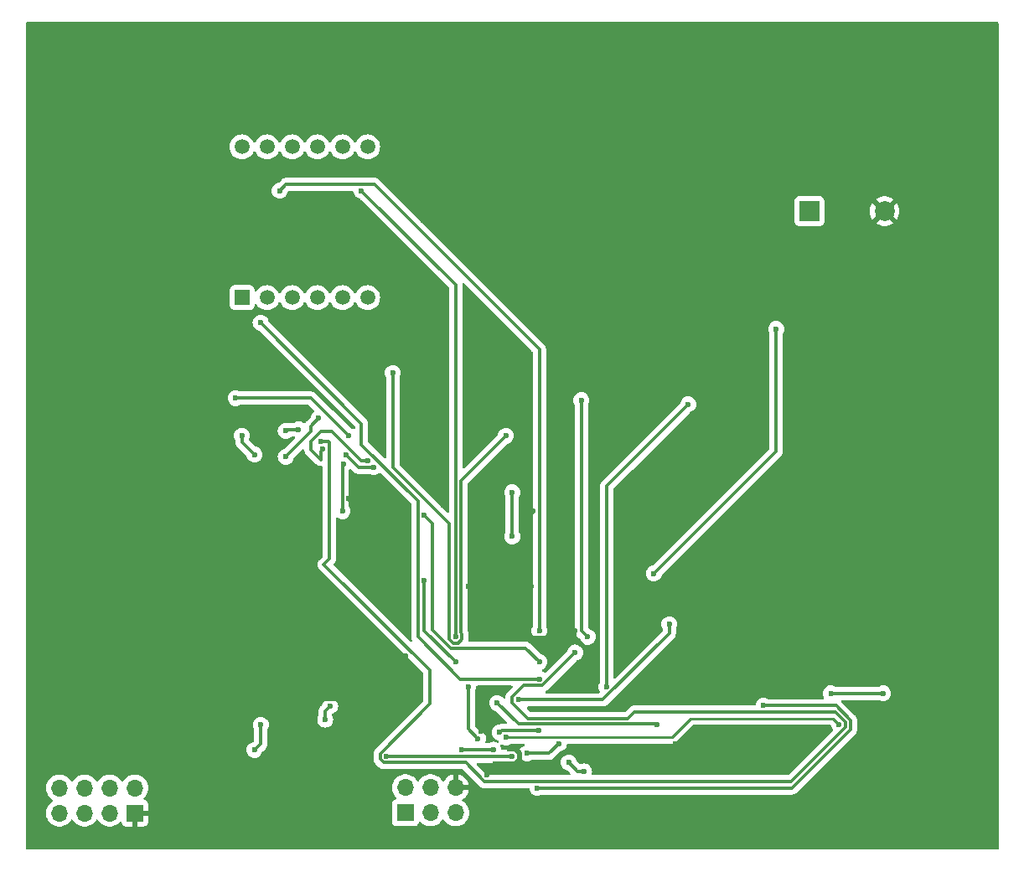
<source format=gbr>
%TF.GenerationSoftware,KiCad,Pcbnew,7.0.1*%
%TF.CreationDate,2023-04-20T17:38:12-06:00*%
%TF.ProjectId,Phase_B_UnoShield,50686173-655f-4425-9f55-6e6f53686965,rev?*%
%TF.SameCoordinates,Original*%
%TF.FileFunction,Copper,L2,Bot*%
%TF.FilePolarity,Positive*%
%FSLAX46Y46*%
G04 Gerber Fmt 4.6, Leading zero omitted, Abs format (unit mm)*
G04 Created by KiCad (PCBNEW 7.0.1) date 2023-04-20 17:38:12*
%MOMM*%
%LPD*%
G01*
G04 APERTURE LIST*
%TA.AperFunction,ComponentPad*%
%ADD10R,1.500000X1.500000*%
%TD*%
%TA.AperFunction,ComponentPad*%
%ADD11C,1.500000*%
%TD*%
%TA.AperFunction,ComponentPad*%
%ADD12R,1.700000X1.700000*%
%TD*%
%TA.AperFunction,ComponentPad*%
%ADD13O,1.700000X1.700000*%
%TD*%
%TA.AperFunction,ComponentPad*%
%ADD14R,2.000000X2.000000*%
%TD*%
%TA.AperFunction,ComponentPad*%
%ADD15C,2.000000*%
%TD*%
%TA.AperFunction,ViaPad*%
%ADD16C,0.600000*%
%TD*%
%TA.AperFunction,Conductor*%
%ADD17C,0.500000*%
%TD*%
%TA.AperFunction,Conductor*%
%ADD18C,0.305000*%
%TD*%
%TA.AperFunction,Conductor*%
%ADD19C,0.250000*%
%TD*%
G04 APERTURE END LIST*
D10*
%TO.P,U1,1,e*%
%TO.N,Net-(U1-e)*%
X40005000Y-69850000D03*
D11*
%TO.P,U1,2,d*%
%TO.N,Net-(U1-d)*%
X42545000Y-69850000D03*
%TO.P,U1,3,DPX*%
%TO.N,Net-(U1-DPX)*%
X45085000Y-69850000D03*
%TO.P,U1,4,c*%
%TO.N,Net-(U1-c)*%
X47625000Y-69850000D03*
%TO.P,U1,5,g*%
%TO.N,Net-(U1-g)*%
X50165000Y-69850000D03*
%TO.P,U1,6,CA4*%
%TO.N,Dig4*%
X52705000Y-69850000D03*
%TO.P,U1,7,b*%
%TO.N,Net-(U1-b)*%
X52705000Y-54610000D03*
%TO.P,U1,8,CA3*%
%TO.N,Dig3*%
X50165000Y-54610000D03*
%TO.P,U1,9,CA2*%
%TO.N,Dig2*%
X47625000Y-54610000D03*
%TO.P,U1,10,f*%
%TO.N,Net-(U1-f)*%
X45085000Y-54610000D03*
%TO.P,U1,11,a*%
%TO.N,Net-(U1-a)*%
X42545000Y-54610000D03*
%TO.P,U1,12,CA1*%
%TO.N,Dig1*%
X40005000Y-54610000D03*
%TD*%
D12*
%TO.P,J4,1,Pin_1*%
%TO.N,GND*%
X29169549Y-121947651D03*
D13*
%TO.P,J4,2,Pin_2*%
%TO.N,TX*%
X29169549Y-119407651D03*
%TO.P,J4,3,Pin_3*%
%TO.N,unconnected-(J4-Pin_3-Pad3)*%
X26629549Y-121947651D03*
%TO.P,J4,4,Pin_4*%
%TO.N,+3.3V*%
X26629549Y-119407651D03*
%TO.P,J4,5,Pin_5*%
%TO.N,Net-(J4-Pin_5)*%
X24089549Y-121947651D03*
%TO.P,J4,6,Pin_6*%
%TO.N,+3.3V*%
X24089549Y-119407651D03*
%TO.P,J4,7,Pin_7*%
%TO.N,RX*%
X21549549Y-121947651D03*
%TO.P,J4,8,Pin_8*%
%TO.N,+3.3V*%
X21549549Y-119407651D03*
%TD*%
D14*
%TO.P,LS1,1,1*%
%TO.N,Buzzer*%
X97335439Y-61120439D03*
D15*
%TO.P,LS1,2,2*%
%TO.N,GND*%
X104935439Y-61120439D03*
%TD*%
D12*
%TO.P,J3,1,MISO*%
%TO.N,MISO*%
X56515000Y-121920000D03*
D13*
%TO.P,J3,2,VCC*%
%TO.N,+5V*%
X56515000Y-119380000D03*
%TO.P,J3,3,SCK*%
%TO.N,SCK*%
X59055000Y-121920000D03*
%TO.P,J3,4,MOSI*%
%TO.N,MOSI*%
X59055000Y-119380000D03*
%TO.P,J3,5,~{RST}*%
%TO.N,RST*%
X61595000Y-121920000D03*
%TO.P,J3,6,GND*%
%TO.N,GND*%
X61595000Y-119380000D03*
%TD*%
D16*
%TO.N,GND*%
X46355000Y-105461787D03*
X34290000Y-120059651D03*
X69215000Y-99060000D03*
X100330000Y-105410000D03*
X86360000Y-105410000D03*
X43180000Y-106680000D03*
X35242500Y-122555000D03*
X68580000Y-103505000D03*
X34290000Y-115683000D03*
X56518534Y-106041466D03*
X63500000Y-84455000D03*
X55596466Y-106963534D03*
X83820000Y-114935000D03*
X45085000Y-111125000D03*
X88265000Y-101600000D03*
X80010000Y-59690000D03*
X62865000Y-99060000D03*
X41275000Y-86995000D03*
X43180000Y-104966787D03*
X51435000Y-95250000D03*
X78105000Y-111125000D03*
X64770000Y-118110000D03*
X68580000Y-76200000D03*
X108585000Y-117475000D03*
X54610000Y-112395000D03*
X71755000Y-92710000D03*
X45085000Y-103505000D03*
X60325000Y-90805000D03*
X44450000Y-104966787D03*
X52531034Y-92536034D03*
X50800000Y-90170000D03*
X73643000Y-103505000D03*
X75574511Y-106054511D03*
X86995000Y-114300000D03*
X64135000Y-113665000D03*
X65570500Y-116978204D03*
X47544460Y-111087500D03*
X111760000Y-64135000D03*
X73025000Y-102870000D03*
X35560000Y-81280000D03*
X37470000Y-114940000D03*
X67068284Y-115442913D03*
X72390000Y-103505000D03*
X69073966Y-94756034D03*
X69405000Y-91440000D03*
X115570000Y-72390000D03*
%TO.N,+5V*%
X50165000Y-91440000D03*
X41275000Y-115570000D03*
X41910000Y-113030000D03*
X50243936Y-86688544D03*
%TO.N,Buzzer*%
X81622904Y-97730890D03*
X93980000Y-73025000D03*
%TO.N,Button_1*%
X66675000Y-114300000D03*
X100330000Y-113030000D03*
%TO.N,Button_2*%
X83185000Y-102870000D03*
X67945000Y-110507000D03*
%TO.N,RED_LED*%
X74930000Y-104140000D03*
X74295000Y-80225421D03*
%TO.N,GREEN_LED*%
X76835000Y-109220000D03*
X85090000Y-80645000D03*
%TO.N,a*%
X39370000Y-80010000D03*
X50800000Y-83820000D03*
%TO.N,c*%
X45737000Y-83185000D03*
X44433000Y-83326069D03*
%TO.N,f*%
X41275000Y-85725000D03*
X39988000Y-83820000D03*
%TO.N,g*%
X47768534Y-82058534D03*
X44433000Y-85926069D03*
%TO.N,Dig4*%
X55245000Y-77470000D03*
X66675000Y-83820000D03*
%TO.N,Dig3*%
X61595000Y-104140000D03*
X52070000Y-59055000D03*
%TO.N,Dig2*%
X41893000Y-72390000D03*
X70057000Y-108404129D03*
%TO.N,Dig1*%
X70057000Y-103505000D03*
X43815000Y-59055000D03*
%TO.N,SH_CP*%
X50487433Y-85725000D03*
X53340000Y-86995000D03*
%TO.N,ST_CP*%
X58419500Y-91832343D03*
X48170506Y-85181384D03*
X70057000Y-106680000D03*
X52739500Y-86343000D03*
%TO.N,DS*%
X48015307Y-84382276D03*
X73660000Y-105732000D03*
%TO.N,XTAL2*%
X65787973Y-110819959D03*
X81915000Y-113047000D03*
%TO.N,XTAL1*%
X72031568Y-114924500D03*
X68809500Y-115922966D03*
X104775000Y-109855000D03*
X70033201Y-113612686D03*
X99508835Y-109855000D03*
X66051353Y-113799733D03*
X92710000Y-111090500D03*
X69850000Y-119414500D03*
%TO.N,RST*%
X62230000Y-115553000D03*
X65405000Y-115553000D03*
%TO.N,UCAP*%
X61595000Y-106680000D03*
X58420000Y-98425000D03*
%TO.N,AREF*%
X67310000Y-93997000D03*
X67310000Y-89535000D03*
%TO.N,+3.3V*%
X48417158Y-112497730D03*
X48912000Y-111125000D03*
%TO.N,SCK*%
X63829043Y-114403644D03*
X62865000Y-109220000D03*
%TO.N,TX*%
X67310000Y-116205000D03*
X54610000Y-116205000D03*
%TO.N,RX*%
X73025000Y-116840000D03*
X74566034Y-117746034D03*
%TD*%
D17*
%TO.N,GND*%
X68060000Y-115847873D02*
X67655040Y-115442913D01*
D18*
X43180000Y-104966787D02*
X43623213Y-104966787D01*
D17*
X65570500Y-116978204D02*
X67597457Y-116978204D01*
D18*
X43180000Y-106680000D02*
X43180000Y-106236787D01*
D17*
X46355000Y-105461787D02*
X46355000Y-104497787D01*
X52531034Y-92536034D02*
X52531034Y-91901034D01*
D18*
X43623213Y-104966787D02*
X45085000Y-103505000D01*
D17*
X55596466Y-106963534D02*
X56518534Y-106041466D01*
X69073966Y-94756034D02*
X69073966Y-91771034D01*
X47544460Y-111087500D02*
X48256960Y-110375000D01*
X69073966Y-91771034D02*
X69405000Y-91440000D01*
X68580000Y-103505000D02*
X69330000Y-104255000D01*
X52531034Y-91901034D02*
X50800000Y-90170000D01*
D19*
X86995000Y-114300000D02*
X86360000Y-114935000D01*
D17*
X46355000Y-104497787D02*
X46990000Y-103862787D01*
X67597457Y-116978204D02*
X68060000Y-116515661D01*
X48256960Y-110375000D02*
X52590000Y-110375000D01*
D19*
X75574511Y-106054511D02*
X73643000Y-104123000D01*
D17*
X68060000Y-116515661D02*
X68060000Y-115847873D01*
X67655040Y-115442913D02*
X67068284Y-115442913D01*
D18*
X43180000Y-106236787D02*
X44450000Y-104966787D01*
D17*
X69330000Y-104255000D02*
X71640000Y-104255000D01*
D19*
X86360000Y-114935000D02*
X83820000Y-114935000D01*
X73643000Y-104123000D02*
X73643000Y-103505000D01*
D17*
X71640000Y-104255000D02*
X72390000Y-103505000D01*
X52590000Y-110375000D02*
X54610000Y-112395000D01*
D18*
X34290000Y-120059651D02*
X34290000Y-115683000D01*
%TO.N,+5V*%
X50147500Y-91422500D02*
X50165000Y-91440000D01*
X50243936Y-86688544D02*
X50147500Y-86784980D01*
X50147500Y-86784980D02*
X50147500Y-91422500D01*
X41910000Y-113030000D02*
X41910000Y-114935000D01*
X41910000Y-114935000D02*
X41275000Y-115570000D01*
%TO.N,Buzzer*%
X93980000Y-85373794D02*
X93980000Y-73025000D01*
X81622904Y-97730890D02*
X93980000Y-85373794D01*
D19*
%TO.N,Button_1*%
X99705000Y-112405000D02*
X85328884Y-112405000D01*
X85328884Y-112405000D02*
X83433884Y-114300000D01*
X83433884Y-114300000D02*
X66675000Y-114300000D01*
X100330000Y-113030000D02*
X99705000Y-112405000D01*
D18*
%TO.N,Button_2*%
X83185000Y-103792775D02*
X83185000Y-102870000D01*
X67945000Y-110507000D02*
X76470775Y-110507000D01*
X76470775Y-110507000D02*
X83185000Y-103792775D01*
%TO.N,RED_LED*%
X74295000Y-103505000D02*
X74930000Y-104140000D01*
X74295000Y-80225421D02*
X74295000Y-103505000D01*
%TO.N,GREEN_LED*%
X85090000Y-80645000D02*
X76835000Y-88900000D01*
X76835000Y-88900000D02*
X76835000Y-109220000D01*
%TO.N,a*%
X46990000Y-80010000D02*
X50800000Y-83820000D01*
X39370000Y-80010000D02*
X46990000Y-80010000D01*
%TO.N,c*%
X44574069Y-83185000D02*
X44433000Y-83326069D01*
X45737000Y-83185000D02*
X44574069Y-83185000D01*
%TO.N,f*%
X39988000Y-84438000D02*
X41275000Y-85725000D01*
X39988000Y-83820000D02*
X39988000Y-84438000D01*
%TO.N,g*%
X44433000Y-85926069D02*
X46990000Y-83369069D01*
X46990000Y-83369069D02*
X46990000Y-82837068D01*
X46990000Y-82837068D02*
X47768534Y-82058534D01*
%TO.N,Dig4*%
X60942500Y-104410275D02*
X60942500Y-92692500D01*
X61865275Y-104792500D02*
X61324725Y-104792500D01*
X62247500Y-103869725D02*
X62247500Y-104410275D01*
X60942500Y-92692500D02*
X55245000Y-86995000D01*
X62100000Y-103722225D02*
X62247500Y-103869725D01*
X61324725Y-104792500D02*
X60942500Y-104410275D01*
X62247500Y-104410275D02*
X61865275Y-104792500D01*
X62100000Y-88395000D02*
X62100000Y-103722225D01*
X55245000Y-86995000D02*
X55245000Y-77470000D01*
X66675000Y-83820000D02*
X62100000Y-88395000D01*
%TO.N,Dig3*%
X61595000Y-68580000D02*
X52070000Y-59055000D01*
X61595000Y-104140000D02*
X61595000Y-68580000D01*
%TO.N,Dig2*%
X52087500Y-84725275D02*
X57767500Y-90405275D01*
X57767500Y-104122500D02*
X62049129Y-108404129D01*
X57767500Y-90405275D02*
X57767500Y-104122500D01*
X62049129Y-108404129D02*
X70057000Y-108404129D01*
X41893000Y-72390000D02*
X52087500Y-82584500D01*
X52087500Y-82584500D02*
X52087500Y-84725275D01*
%TO.N,Dig1*%
X44467500Y-58402500D02*
X53394854Y-58402500D01*
X43815000Y-59055000D02*
X44467500Y-58402500D01*
X53394854Y-58402500D02*
X70057000Y-75064646D01*
X70057000Y-75064646D02*
X70057000Y-103505000D01*
%TO.N,SH_CP*%
X53340000Y-86995000D02*
X51757433Y-86995000D01*
X51757433Y-86995000D02*
X50487433Y-85725000D01*
%TO.N,ST_CP*%
X46973000Y-84382276D02*
X46973000Y-85090000D01*
X52739500Y-86343000D02*
X52053000Y-86343000D01*
X59274220Y-92687063D02*
X58419500Y-91832343D01*
X47966034Y-83389242D02*
X46973000Y-84382276D01*
X68674500Y-105297500D02*
X61115547Y-105297500D01*
X70057000Y-106680000D02*
X68674500Y-105297500D01*
X50800000Y-85090000D02*
X50165000Y-84455000D01*
X47969145Y-86224567D02*
X47969145Y-85382745D01*
X61115547Y-105297500D02*
X59274220Y-103456173D01*
X50165000Y-84455000D02*
X49099242Y-83389242D01*
X46973000Y-85090000D02*
X46973000Y-85228422D01*
X46973000Y-85228422D02*
X47969145Y-86224567D01*
X59274220Y-103456173D02*
X59274220Y-92687063D01*
X52053000Y-86343000D02*
X50800000Y-85090000D01*
X47969145Y-85382745D02*
X48170506Y-85181384D01*
X49099242Y-83389242D02*
X47966034Y-83389242D01*
%TO.N,DS*%
X48823006Y-84442798D02*
X48823006Y-96278769D01*
X79645275Y-111742500D02*
X78992775Y-112395000D01*
X53957500Y-116475275D02*
X54339725Y-116857500D01*
X68910225Y-112395000D02*
X67292500Y-110777275D01*
X70335371Y-109056629D02*
X73660000Y-105732000D01*
X68472596Y-109056629D02*
X70335371Y-109056629D01*
X48823006Y-96278769D02*
X48277000Y-96824775D01*
X48762484Y-84382276D02*
X48823006Y-84442798D01*
X58984450Y-110907775D02*
X53957500Y-115934725D01*
X67292500Y-110777275D02*
X67292500Y-110236725D01*
X100982500Y-112759725D02*
X99965275Y-111742500D01*
X99965275Y-111742500D02*
X79645275Y-111742500D01*
X54339725Y-116857500D02*
X62594725Y-116857500D01*
X48277000Y-96824775D02*
X58984450Y-107532225D01*
X48015307Y-84382276D02*
X48762484Y-84382276D01*
X62594725Y-116857500D02*
X64499725Y-118762500D01*
X67292500Y-110236725D02*
X68472596Y-109056629D01*
X64499725Y-118762500D02*
X95520275Y-118762500D01*
X53957500Y-115934725D02*
X53957500Y-116475275D01*
X100982500Y-113300275D02*
X100982500Y-112759725D01*
X95520275Y-118762500D02*
X100982500Y-113300275D01*
X78992775Y-112395000D02*
X68910225Y-112395000D01*
X58984450Y-107532225D02*
X58984450Y-110907775D01*
%TO.N,XTAL2*%
X67928700Y-112960686D02*
X81828686Y-112960686D01*
X81828686Y-112960686D02*
X81915000Y-113047000D01*
X65787973Y-110819959D02*
X67928700Y-112960686D01*
%TO.N,XTAL1*%
X70033201Y-113612686D02*
X66238400Y-113612686D01*
X101487500Y-113509453D02*
X95582453Y-119414500D01*
X71033102Y-115922966D02*
X72031568Y-114924500D01*
X66238400Y-113612686D02*
X66051353Y-113799733D01*
X68809500Y-115922966D02*
X71033102Y-115922966D01*
X99508835Y-109855000D02*
X104775000Y-109855000D01*
X92710000Y-111090500D02*
X100027453Y-111090500D01*
X95582453Y-119414500D02*
X69850000Y-119414500D01*
X100027453Y-111090500D02*
X101487500Y-112550547D01*
X101487500Y-112550547D02*
X101487500Y-113509453D01*
%TO.N,RST*%
X65405000Y-115553000D02*
X63483000Y-115553000D01*
X63483000Y-115553000D02*
X62230000Y-115553000D01*
%TO.N,UCAP*%
X58420000Y-98425000D02*
X58420000Y-103505000D01*
X58420000Y-103505000D02*
X61595000Y-106680000D01*
%TO.N,AREF*%
X67310000Y-93997000D02*
X67310000Y-89535000D01*
%TO.N,+3.3V*%
X48417158Y-111619842D02*
X48912000Y-111125000D01*
X48417158Y-112497730D02*
X48417158Y-111619842D01*
%TO.N,SCK*%
X63829043Y-114403644D02*
X62865000Y-113439601D01*
X62865000Y-113439601D02*
X62865000Y-109220000D01*
%TO.N,TX*%
X54610000Y-116205000D02*
X67310000Y-116205000D01*
%TO.N,RX*%
X74566034Y-117746034D02*
X73931034Y-117746034D01*
X73931034Y-117746034D02*
X73025000Y-116840000D01*
%TD*%
%TA.AperFunction,Conductor*%
%TO.N,GND*%
G36*
X99438687Y-113047939D02*
G01*
X99478915Y-113074819D01*
X99496151Y-113092055D01*
X99520190Y-113125934D01*
X99531690Y-113165852D01*
X99536782Y-113211043D01*
X99536782Y-113211045D01*
X99536783Y-113211047D01*
X99596957Y-113383015D01*
X99686352Y-113525287D01*
X99704578Y-113577373D01*
X99698400Y-113632211D01*
X99669039Y-113678938D01*
X95282798Y-118065181D01*
X95242570Y-118092061D01*
X95195117Y-118101500D01*
X75472981Y-118101500D01*
X75416068Y-118087667D01*
X75371852Y-118049256D01*
X75350199Y-117994835D01*
X75355939Y-117936547D01*
X75359251Y-117927080D01*
X75379650Y-117746033D01*
X75366939Y-117633217D01*
X75359251Y-117564987D01*
X75299077Y-117393019D01*
X75202145Y-117238753D01*
X75073315Y-117109923D01*
X74919049Y-117012991D01*
X74747081Y-116952817D01*
X74747080Y-116952816D01*
X74747078Y-116952816D01*
X74566034Y-116932417D01*
X74384989Y-116952816D01*
X74227124Y-117008055D01*
X74158577Y-117011904D01*
X74098489Y-116978694D01*
X73853909Y-116734114D01*
X73829868Y-116700232D01*
X73818370Y-116660314D01*
X73818217Y-116658953D01*
X73758043Y-116486985D01*
X73661111Y-116332719D01*
X73532281Y-116203889D01*
X73378015Y-116106957D01*
X73206047Y-116046783D01*
X73206046Y-116046782D01*
X73206044Y-116046782D01*
X73025000Y-116026383D01*
X72843955Y-116046782D01*
X72671984Y-116106957D01*
X72517717Y-116203890D01*
X72388890Y-116332717D01*
X72291957Y-116486984D01*
X72231782Y-116658955D01*
X72211383Y-116840000D01*
X72231782Y-117021044D01*
X72231782Y-117021046D01*
X72231783Y-117021047D01*
X72291957Y-117193015D01*
X72388889Y-117347281D01*
X72517719Y-117476111D01*
X72671985Y-117573043D01*
X72843953Y-117633217D01*
X72845314Y-117633370D01*
X72885232Y-117644868D01*
X72919114Y-117668909D01*
X73140024Y-117889819D01*
X73170274Y-117939182D01*
X73174816Y-117996898D01*
X73152661Y-118050385D01*
X73108638Y-118087985D01*
X73052343Y-118101500D01*
X64824883Y-118101500D01*
X64777430Y-118092061D01*
X64737202Y-118065181D01*
X63749702Y-117077681D01*
X63719452Y-117028318D01*
X63714910Y-116970602D01*
X63737065Y-116917115D01*
X63781088Y-116879515D01*
X63837383Y-116866000D01*
X66806606Y-116866000D01*
X66872577Y-116885005D01*
X66956985Y-116938043D01*
X67128953Y-116998217D01*
X67310000Y-117018616D01*
X67491047Y-116998217D01*
X67663015Y-116938043D01*
X67817281Y-116841111D01*
X67946111Y-116712281D01*
X68043043Y-116558015D01*
X68044770Y-116553078D01*
X68079184Y-116501573D01*
X68134219Y-116473141D01*
X68196139Y-116474878D01*
X68249493Y-116506351D01*
X68302219Y-116559077D01*
X68456485Y-116656009D01*
X68628453Y-116716183D01*
X68809500Y-116736582D01*
X68990547Y-116716183D01*
X69162515Y-116656009D01*
X69246922Y-116602971D01*
X69312894Y-116583966D01*
X71009367Y-116583966D01*
X71016854Y-116584192D01*
X71019308Y-116584340D01*
X71073305Y-116587607D01*
X71128932Y-116577412D01*
X71136313Y-116576288D01*
X71192452Y-116569472D01*
X71200801Y-116566305D01*
X71222409Y-116560281D01*
X71231196Y-116558671D01*
X71282775Y-116535456D01*
X71289628Y-116532617D01*
X71342540Y-116512551D01*
X71349885Y-116507480D01*
X71369431Y-116496455D01*
X71377573Y-116492792D01*
X71422086Y-116457918D01*
X71428105Y-116453489D01*
X71474646Y-116421366D01*
X71512155Y-116379023D01*
X71517258Y-116373603D01*
X72137455Y-115753406D01*
X72171335Y-115729368D01*
X72211253Y-115717870D01*
X72212615Y-115717717D01*
X72384583Y-115657543D01*
X72538849Y-115560611D01*
X72667679Y-115431781D01*
X72764611Y-115277515D01*
X72824785Y-115105547D01*
X72831762Y-115043617D01*
X72852529Y-114987648D01*
X72897042Y-114947870D01*
X72954983Y-114933500D01*
X83350251Y-114933500D01*
X83370992Y-114935789D01*
X83373789Y-114935701D01*
X83373793Y-114935702D01*
X83441901Y-114933560D01*
X83445797Y-114933500D01*
X83473738Y-114933500D01*
X83473740Y-114933500D01*
X83477840Y-114932981D01*
X83489490Y-114932064D01*
X83533773Y-114930673D01*
X83553382Y-114924975D01*
X83572415Y-114921033D01*
X83592681Y-114918474D01*
X83633890Y-114902157D01*
X83644921Y-114898380D01*
X83687477Y-114886018D01*
X83705044Y-114875628D01*
X83722516Y-114867068D01*
X83741501Y-114859552D01*
X83777359Y-114833498D01*
X83787107Y-114827096D01*
X83825246Y-114804542D01*
X83839684Y-114790103D01*
X83854472Y-114777472D01*
X83870991Y-114765472D01*
X83899243Y-114731319D01*
X83907087Y-114722699D01*
X85554968Y-113074819D01*
X85595197Y-113047939D01*
X85642650Y-113038500D01*
X99391234Y-113038500D01*
X99438687Y-113047939D01*
G37*
%TD.AperFunction*%
%TA.AperFunction,Conductor*%
G36*
X68525460Y-114952506D02*
G01*
X68571208Y-115003698D01*
X68582708Y-115071383D01*
X68556435Y-115134813D01*
X68500443Y-115174541D01*
X68456487Y-115189921D01*
X68302217Y-115286856D01*
X68173390Y-115415683D01*
X68076454Y-115569955D01*
X68074726Y-115574894D01*
X68040310Y-115626396D01*
X67985276Y-115654825D01*
X67923358Y-115653086D01*
X67870006Y-115621614D01*
X67817282Y-115568890D01*
X67817281Y-115568889D01*
X67663015Y-115471957D01*
X67491047Y-115411783D01*
X67491046Y-115411782D01*
X67491044Y-115411782D01*
X67310000Y-115391383D01*
X67128955Y-115411782D01*
X66956984Y-115471957D01*
X66872578Y-115524994D01*
X66806606Y-115544000D01*
X66328415Y-115544000D01*
X66270474Y-115529630D01*
X66225961Y-115489852D01*
X66205195Y-115433883D01*
X66198217Y-115371955D01*
X66198217Y-115371953D01*
X66138043Y-115199985D01*
X66133754Y-115193160D01*
X66114779Y-115129971D01*
X66130900Y-115065993D01*
X66177553Y-115019340D01*
X66241531Y-115003219D01*
X66304720Y-115022194D01*
X66321985Y-115033043D01*
X66493953Y-115093217D01*
X66675000Y-115113616D01*
X66856047Y-115093217D01*
X67028015Y-115033043D01*
X67156189Y-114952505D01*
X67222160Y-114933500D01*
X68459488Y-114933500D01*
X68525460Y-114952506D01*
G37*
%TD.AperFunction*%
%TA.AperFunction,Conductor*%
G36*
X67286233Y-109078644D02*
G01*
X67330256Y-109116244D01*
X67352411Y-109169731D01*
X67347869Y-109227447D01*
X67317619Y-109276810D01*
X66841881Y-109752546D01*
X66836429Y-109757678D01*
X66794099Y-109795180D01*
X66761974Y-109841720D01*
X66757540Y-109847748D01*
X66722674Y-109892254D01*
X66719009Y-109900397D01*
X66707988Y-109919937D01*
X66702914Y-109927287D01*
X66682863Y-109980156D01*
X66679998Y-109987071D01*
X66656794Y-110038630D01*
X66655183Y-110047419D01*
X66649161Y-110069022D01*
X66645993Y-110077376D01*
X66639176Y-110133504D01*
X66638050Y-110140902D01*
X66627858Y-110196521D01*
X66628715Y-110210689D01*
X66618015Y-110269067D01*
X66581413Y-110315785D01*
X66527291Y-110340142D01*
X66468050Y-110336558D01*
X66417260Y-110305854D01*
X66295255Y-110183849D01*
X66295254Y-110183848D01*
X66140988Y-110086916D01*
X65969020Y-110026742D01*
X65969019Y-110026741D01*
X65969017Y-110026741D01*
X65787973Y-110006342D01*
X65606928Y-110026741D01*
X65434957Y-110086916D01*
X65280690Y-110183849D01*
X65151863Y-110312676D01*
X65054930Y-110466943D01*
X64994755Y-110638914D01*
X64974356Y-110819959D01*
X64994755Y-111001003D01*
X64994755Y-111001005D01*
X64994756Y-111001006D01*
X65054930Y-111172974D01*
X65151862Y-111327240D01*
X65280692Y-111456070D01*
X65434958Y-111553002D01*
X65606926Y-111613176D01*
X65608288Y-111613329D01*
X65648204Y-111624828D01*
X65682086Y-111648868D01*
X66274327Y-112241109D01*
X66773224Y-112740005D01*
X66803474Y-112789368D01*
X66808016Y-112847084D01*
X66785861Y-112900571D01*
X66741838Y-112938171D01*
X66685543Y-112951686D01*
X66262123Y-112951686D01*
X66254636Y-112951460D01*
X66198194Y-112948045D01*
X66142590Y-112958235D01*
X66135190Y-112959361D01*
X66079049Y-112966179D01*
X66070698Y-112969346D01*
X66049091Y-112975370D01*
X66040307Y-112976980D01*
X66027247Y-112982858D01*
X65990241Y-112993002D01*
X65870308Y-113006515D01*
X65698337Y-113066690D01*
X65544070Y-113163623D01*
X65415243Y-113292450D01*
X65318310Y-113446717D01*
X65258135Y-113618688D01*
X65237736Y-113799732D01*
X65258135Y-113980777D01*
X65258135Y-113980779D01*
X65258136Y-113980780D01*
X65318310Y-114152748D01*
X65415242Y-114307014D01*
X65544072Y-114435844D01*
X65698338Y-114532776D01*
X65870306Y-114592950D01*
X65870308Y-114592950D01*
X65872817Y-114593828D01*
X65909173Y-114613922D01*
X65936854Y-114644895D01*
X65946242Y-114659835D01*
X65965219Y-114723025D01*
X65949099Y-114787003D01*
X65902447Y-114833657D01*
X65838469Y-114849779D01*
X65775279Y-114830804D01*
X65758017Y-114819958D01*
X65758016Y-114819957D01*
X65758015Y-114819957D01*
X65586047Y-114759783D01*
X65586046Y-114759782D01*
X65586044Y-114759782D01*
X65404999Y-114739383D01*
X65223955Y-114759782D01*
X65051984Y-114819957D01*
X64967578Y-114872994D01*
X64901606Y-114892000D01*
X64689490Y-114892000D01*
X64632576Y-114878167D01*
X64588361Y-114839755D01*
X64566708Y-114785334D01*
X64572448Y-114727046D01*
X64582778Y-114697524D01*
X64622260Y-114584691D01*
X64642659Y-114403644D01*
X64622260Y-114222597D01*
X64562086Y-114050629D01*
X64465154Y-113896363D01*
X64336324Y-113767533D01*
X64182058Y-113670601D01*
X64121192Y-113649303D01*
X64010083Y-113610424D01*
X64008718Y-113610271D01*
X63968804Y-113598770D01*
X63934928Y-113574733D01*
X63562319Y-113202124D01*
X63535439Y-113161896D01*
X63526000Y-113114443D01*
X63526000Y-109723394D01*
X63545006Y-109657422D01*
X63545882Y-109656028D01*
X63598043Y-109573015D01*
X63658217Y-109401047D01*
X63678616Y-109220000D01*
X63678491Y-109218889D01*
X63676703Y-109203011D01*
X63688203Y-109135327D01*
X63733951Y-109084135D01*
X63799923Y-109065129D01*
X67229938Y-109065129D01*
X67286233Y-109078644D01*
G37*
%TD.AperFunction*%
%TA.AperFunction,Conductor*%
G36*
X51039436Y-87211798D02*
G01*
X51273253Y-87445615D01*
X51278373Y-87451053D01*
X51315889Y-87493400D01*
X51348015Y-87515574D01*
X51362432Y-87525526D01*
X51368465Y-87529965D01*
X51412962Y-87564826D01*
X51421095Y-87568486D01*
X51440650Y-87579515D01*
X51447995Y-87584585D01*
X51500891Y-87604646D01*
X51507744Y-87607483D01*
X51559339Y-87630705D01*
X51566537Y-87632024D01*
X51568118Y-87632314D01*
X51589736Y-87638340D01*
X51598083Y-87641506D01*
X51654220Y-87648322D01*
X51661574Y-87649441D01*
X51717230Y-87659641D01*
X51770746Y-87656403D01*
X51773681Y-87656226D01*
X51781168Y-87656000D01*
X52836606Y-87656000D01*
X52902577Y-87675005D01*
X52986985Y-87728043D01*
X53158953Y-87788217D01*
X53340000Y-87808616D01*
X53521047Y-87788217D01*
X53693015Y-87728043D01*
X53847281Y-87631111D01*
X53865231Y-87613160D01*
X53920815Y-87581069D01*
X53985003Y-87581068D01*
X54040591Y-87613162D01*
X57070181Y-90642752D01*
X57097061Y-90682980D01*
X57106500Y-90730433D01*
X57106500Y-104098765D01*
X57106274Y-104106252D01*
X57102858Y-104162704D01*
X57113050Y-104218320D01*
X57114176Y-104225720D01*
X57120992Y-104281845D01*
X57124160Y-104290198D01*
X57130184Y-104311806D01*
X57131795Y-104320596D01*
X57154994Y-104372143D01*
X57157859Y-104379059D01*
X57177914Y-104431937D01*
X57182984Y-104439282D01*
X57194011Y-104458834D01*
X57201236Y-104474888D01*
X57211066Y-104542211D01*
X57183894Y-104604587D01*
X57127899Y-104643237D01*
X57059941Y-104646523D01*
X57000479Y-104613458D01*
X49301040Y-96914019D01*
X49268324Y-96856012D01*
X49270336Y-96789446D01*
X49306494Y-96733522D01*
X49321406Y-96720313D01*
X49353551Y-96673740D01*
X49357945Y-96667768D01*
X49392832Y-96623240D01*
X49396495Y-96615098D01*
X49407520Y-96595552D01*
X49412591Y-96588207D01*
X49432657Y-96535295D01*
X49435496Y-96528442D01*
X49458711Y-96476863D01*
X49460321Y-96468076D01*
X49466345Y-96446468D01*
X49469512Y-96438119D01*
X49476328Y-96381980D01*
X49477453Y-96374594D01*
X49487647Y-96318972D01*
X49484232Y-96262521D01*
X49484006Y-96255034D01*
X49484006Y-92191321D01*
X49501203Y-92128320D01*
X49548025Y-92082793D01*
X49611484Y-92067370D01*
X49673977Y-92086326D01*
X49811985Y-92173043D01*
X49983953Y-92233217D01*
X50165000Y-92253616D01*
X50346047Y-92233217D01*
X50518015Y-92173043D01*
X50672281Y-92076111D01*
X50801111Y-91947281D01*
X50898043Y-91793015D01*
X50958217Y-91621047D01*
X50978616Y-91440000D01*
X50958217Y-91258953D01*
X50898043Y-91086985D01*
X50827505Y-90974725D01*
X50808500Y-90908754D01*
X50808500Y-87318734D01*
X50817939Y-87271281D01*
X50844819Y-87231053D01*
X50864074Y-87211798D01*
X50919661Y-87179704D01*
X50983849Y-87179704D01*
X51039436Y-87211798D01*
G37*
%TD.AperFunction*%
%TA.AperFunction,Conductor*%
G36*
X116385000Y-42002113D02*
G01*
X116430387Y-42047500D01*
X116447000Y-42109500D01*
X116447000Y-125530500D01*
X116430387Y-125592500D01*
X116385000Y-125637887D01*
X116323000Y-125654500D01*
X18297000Y-125654500D01*
X18235000Y-125637887D01*
X18189613Y-125592500D01*
X18173000Y-125530500D01*
X18173000Y-121947651D01*
X20186392Y-121947651D01*
X20204984Y-122172014D01*
X20204984Y-122172017D01*
X20204985Y-122172019D01*
X20253251Y-122362618D01*
X20260254Y-122390269D01*
X20350687Y-122596439D01*
X20350689Y-122596442D01*
X20473827Y-122784919D01*
X20626309Y-122950557D01*
X20803973Y-123088840D01*
X21001975Y-123195993D01*
X21214914Y-123269095D01*
X21436980Y-123306151D01*
X21662118Y-123306151D01*
X21884184Y-123269095D01*
X22097123Y-123195993D01*
X22295125Y-123088840D01*
X22472789Y-122950557D01*
X22625271Y-122784919D01*
X22715741Y-122646444D01*
X22760530Y-122605213D01*
X22819547Y-122590267D01*
X22878565Y-122605212D01*
X22923356Y-122646445D01*
X23013824Y-122784916D01*
X23013826Y-122784918D01*
X23013827Y-122784919D01*
X23166309Y-122950557D01*
X23343973Y-123088840D01*
X23541975Y-123195993D01*
X23754914Y-123269095D01*
X23976980Y-123306151D01*
X24202118Y-123306151D01*
X24424184Y-123269095D01*
X24637123Y-123195993D01*
X24835125Y-123088840D01*
X25012789Y-122950557D01*
X25165271Y-122784919D01*
X25255741Y-122646444D01*
X25300530Y-122605213D01*
X25359547Y-122590267D01*
X25418565Y-122605212D01*
X25463356Y-122646445D01*
X25553824Y-122784916D01*
X25553826Y-122784918D01*
X25553827Y-122784919D01*
X25706309Y-122950557D01*
X25883973Y-123088840D01*
X26081975Y-123195993D01*
X26294914Y-123269095D01*
X26516980Y-123306151D01*
X26742118Y-123306151D01*
X26964184Y-123269095D01*
X27177123Y-123195993D01*
X27375125Y-123088840D01*
X27552789Y-122950557D01*
X27604035Y-122894890D01*
X27622457Y-122874879D01*
X27675080Y-122841025D01*
X27737535Y-122837177D01*
X27793916Y-122864315D01*
X27829868Y-122915528D01*
X27876196Y-123039740D01*
X27962360Y-123154839D01*
X28077459Y-123241003D01*
X28212173Y-123291248D01*
X28271725Y-123297651D01*
X28919549Y-123297651D01*
X28919549Y-122197651D01*
X29419549Y-122197651D01*
X29419549Y-123297651D01*
X30067373Y-123297651D01*
X30126924Y-123291248D01*
X30261638Y-123241003D01*
X30376737Y-123154839D01*
X30462901Y-123039740D01*
X30513146Y-122905026D01*
X30519549Y-122845475D01*
X30519549Y-122197651D01*
X29419549Y-122197651D01*
X28919549Y-122197651D01*
X28919549Y-121821651D01*
X28936162Y-121759651D01*
X28981549Y-121714264D01*
X29043549Y-121697651D01*
X30519549Y-121697651D01*
X30519549Y-121049827D01*
X30513146Y-120990275D01*
X30462901Y-120855561D01*
X30376737Y-120740462D01*
X30261638Y-120654298D01*
X30141737Y-120609578D01*
X30092202Y-120575563D01*
X30064475Y-120522252D01*
X30065068Y-120462165D01*
X30093840Y-120409414D01*
X30245271Y-120244919D01*
X30368409Y-120056442D01*
X30458845Y-119850267D01*
X30514113Y-119632019D01*
X30532705Y-119407651D01*
X30530414Y-119380000D01*
X55151843Y-119380000D01*
X55170435Y-119604363D01*
X55225705Y-119822618D01*
X55316138Y-120028788D01*
X55439281Y-120217273D01*
X55584489Y-120375009D01*
X55613263Y-120427761D01*
X55613856Y-120487848D01*
X55586129Y-120541158D01*
X55536595Y-120575173D01*
X55418795Y-120619111D01*
X55301738Y-120706738D01*
X55214110Y-120823796D01*
X55163011Y-120960794D01*
X55159842Y-120990275D01*
X55156689Y-121019612D01*
X55156500Y-121021366D01*
X55156500Y-122818634D01*
X55163011Y-122879205D01*
X55214110Y-123016203D01*
X55301738Y-123133261D01*
X55418796Y-123220889D01*
X55555794Y-123271988D01*
X55555797Y-123271988D01*
X55555799Y-123271989D01*
X55616362Y-123278500D01*
X57413634Y-123278500D01*
X57413638Y-123278500D01*
X57474201Y-123271989D01*
X57474203Y-123271988D01*
X57474205Y-123271988D01*
X57557277Y-123241003D01*
X57611204Y-123220889D01*
X57728261Y-123133261D01*
X57815889Y-123016204D01*
X57861137Y-122894889D01*
X57897089Y-122843677D01*
X57953471Y-122816539D01*
X58015925Y-122820387D01*
X58068548Y-122854241D01*
X58105969Y-122894890D01*
X58131760Y-122922906D01*
X58309424Y-123061189D01*
X58507426Y-123168342D01*
X58720365Y-123241444D01*
X58942431Y-123278500D01*
X59167569Y-123278500D01*
X59389635Y-123241444D01*
X59602574Y-123168342D01*
X59800576Y-123061189D01*
X59978240Y-122922906D01*
X60130722Y-122757268D01*
X60221192Y-122618793D01*
X60265981Y-122577562D01*
X60324998Y-122562616D01*
X60384016Y-122577561D01*
X60428807Y-122618794D01*
X60519275Y-122757265D01*
X60519277Y-122757267D01*
X60519278Y-122757268D01*
X60671760Y-122922906D01*
X60849424Y-123061189D01*
X61047426Y-123168342D01*
X61260365Y-123241444D01*
X61482431Y-123278500D01*
X61707569Y-123278500D01*
X61929635Y-123241444D01*
X62142574Y-123168342D01*
X62340576Y-123061189D01*
X62518240Y-122922906D01*
X62670722Y-122757268D01*
X62793860Y-122568791D01*
X62884296Y-122362616D01*
X62939564Y-122144368D01*
X62958156Y-121920000D01*
X62939564Y-121695632D01*
X62884296Y-121477384D01*
X62805989Y-121298860D01*
X62793861Y-121271211D01*
X62793860Y-121271209D01*
X62670722Y-121082732D01*
X62518240Y-120917094D01*
X62376099Y-120806460D01*
X62340575Y-120778810D01*
X62297302Y-120755392D01*
X62251663Y-120712842D01*
X62232525Y-120653452D01*
X62244734Y-120592261D01*
X62285198Y-120544763D01*
X62466078Y-120418109D01*
X62633106Y-120251081D01*
X62768600Y-120057576D01*
X62868430Y-119843492D01*
X62925636Y-119630000D01*
X61469000Y-119630000D01*
X61407000Y-119613387D01*
X61361613Y-119568000D01*
X61345000Y-119506000D01*
X61345000Y-118049364D01*
X61845000Y-118049364D01*
X61845000Y-119130000D01*
X62925636Y-119130000D01*
X62925635Y-119129999D01*
X62868430Y-118916507D01*
X62768599Y-118702421D01*
X62633109Y-118508921D01*
X62466081Y-118341893D01*
X62272576Y-118206399D01*
X62058492Y-118106569D01*
X61845000Y-118049364D01*
X61345000Y-118049364D01*
X61344999Y-118049364D01*
X61131507Y-118106569D01*
X60917421Y-118206400D01*
X60723921Y-118341890D01*
X60556893Y-118508918D01*
X60430132Y-118689952D01*
X60384928Y-118729274D01*
X60326564Y-118742812D01*
X60268665Y-118727405D01*
X60224748Y-118686649D01*
X60130723Y-118542732D01*
X60054480Y-118459912D01*
X59978240Y-118377094D01*
X59800576Y-118238811D01*
X59602574Y-118131658D01*
X59602573Y-118131657D01*
X59602572Y-118131657D01*
X59389636Y-118058556D01*
X59167569Y-118021500D01*
X58942431Y-118021500D01*
X58720363Y-118058556D01*
X58507427Y-118131657D01*
X58309424Y-118238811D01*
X58131760Y-118377094D01*
X57979279Y-118542730D01*
X57888809Y-118681205D01*
X57844017Y-118722438D01*
X57785000Y-118737383D01*
X57725983Y-118722438D01*
X57681191Y-118681205D01*
X57608787Y-118570383D01*
X57590722Y-118542732D01*
X57438240Y-118377094D01*
X57260576Y-118238811D01*
X57062574Y-118131658D01*
X57062573Y-118131657D01*
X57062572Y-118131657D01*
X56849636Y-118058556D01*
X56627569Y-118021500D01*
X56402431Y-118021500D01*
X56180363Y-118058556D01*
X55967427Y-118131657D01*
X55769424Y-118238811D01*
X55591760Y-118377094D01*
X55439279Y-118542730D01*
X55316138Y-118731211D01*
X55225705Y-118937381D01*
X55170435Y-119155636D01*
X55151843Y-119380000D01*
X30530414Y-119380000D01*
X30514113Y-119183283D01*
X30458845Y-118965035D01*
X30368409Y-118758860D01*
X30245271Y-118570383D01*
X30092789Y-118404745D01*
X29915125Y-118266462D01*
X29717123Y-118159309D01*
X29717122Y-118159308D01*
X29717121Y-118159308D01*
X29504185Y-118086207D01*
X29282118Y-118049151D01*
X29056980Y-118049151D01*
X28834912Y-118086207D01*
X28621976Y-118159308D01*
X28423973Y-118266462D01*
X28246309Y-118404745D01*
X28093828Y-118570381D01*
X28003358Y-118708856D01*
X27958566Y-118750089D01*
X27899549Y-118765034D01*
X27840532Y-118750089D01*
X27795740Y-118708856D01*
X27775592Y-118678018D01*
X27705271Y-118570383D01*
X27552789Y-118404745D01*
X27375125Y-118266462D01*
X27177123Y-118159309D01*
X27177122Y-118159308D01*
X27177121Y-118159308D01*
X26964185Y-118086207D01*
X26742118Y-118049151D01*
X26516980Y-118049151D01*
X26294912Y-118086207D01*
X26081976Y-118159308D01*
X25883973Y-118266462D01*
X25706309Y-118404745D01*
X25553828Y-118570381D01*
X25463358Y-118708856D01*
X25418566Y-118750089D01*
X25359549Y-118765034D01*
X25300532Y-118750089D01*
X25255740Y-118708856D01*
X25235592Y-118678018D01*
X25165271Y-118570383D01*
X25012789Y-118404745D01*
X24835125Y-118266462D01*
X24637123Y-118159309D01*
X24637122Y-118159308D01*
X24637121Y-118159308D01*
X24424185Y-118086207D01*
X24202118Y-118049151D01*
X23976980Y-118049151D01*
X23754912Y-118086207D01*
X23541976Y-118159308D01*
X23343973Y-118266462D01*
X23166309Y-118404745D01*
X23013828Y-118570381D01*
X22923358Y-118708856D01*
X22878566Y-118750089D01*
X22819549Y-118765034D01*
X22760532Y-118750089D01*
X22715740Y-118708856D01*
X22695592Y-118678018D01*
X22625271Y-118570383D01*
X22472789Y-118404745D01*
X22295125Y-118266462D01*
X22097123Y-118159309D01*
X22097122Y-118159308D01*
X22097121Y-118159308D01*
X21884185Y-118086207D01*
X21662118Y-118049151D01*
X21436980Y-118049151D01*
X21214912Y-118086207D01*
X21001976Y-118159308D01*
X20803973Y-118266462D01*
X20626309Y-118404745D01*
X20473828Y-118570381D01*
X20350687Y-118758862D01*
X20260254Y-118965032D01*
X20204984Y-119183287D01*
X20186392Y-119407650D01*
X20204984Y-119632014D01*
X20204984Y-119632017D01*
X20204985Y-119632019D01*
X20258537Y-119843492D01*
X20260254Y-119850269D01*
X20350687Y-120056439D01*
X20350689Y-120056442D01*
X20473827Y-120244919D01*
X20626309Y-120410557D01*
X20803973Y-120548840D01*
X20803975Y-120548841D01*
X20840480Y-120568597D01*
X20887985Y-120614178D01*
X20905462Y-120677651D01*
X20887985Y-120741124D01*
X20840480Y-120786705D01*
X20803975Y-120806460D01*
X20626309Y-120944745D01*
X20473828Y-121110381D01*
X20350687Y-121298862D01*
X20260254Y-121505032D01*
X20204984Y-121723287D01*
X20186392Y-121947651D01*
X18173000Y-121947651D01*
X18173000Y-115570000D01*
X40461383Y-115570000D01*
X40481782Y-115751044D01*
X40481782Y-115751046D01*
X40481783Y-115751047D01*
X40541957Y-115923015D01*
X40638889Y-116077281D01*
X40767719Y-116206111D01*
X40921985Y-116303043D01*
X41093953Y-116363217D01*
X41185981Y-116373586D01*
X41274999Y-116383616D01*
X41274999Y-116383615D01*
X41275000Y-116383616D01*
X41456047Y-116363217D01*
X41628015Y-116303043D01*
X41782281Y-116206111D01*
X41911111Y-116077281D01*
X42008043Y-115923015D01*
X42068217Y-115751047D01*
X42068370Y-115749685D01*
X42079868Y-115709767D01*
X42103906Y-115675887D01*
X42360624Y-115419169D01*
X42366043Y-115414067D01*
X42408400Y-115376544D01*
X42440531Y-115329991D01*
X42444952Y-115323984D01*
X42479827Y-115279471D01*
X42483489Y-115271333D01*
X42494516Y-115251780D01*
X42499585Y-115244438D01*
X42519632Y-115191572D01*
X42522488Y-115184678D01*
X42545706Y-115133094D01*
X42547314Y-115124315D01*
X42553346Y-115102680D01*
X42556506Y-115094349D01*
X42563320Y-115038222D01*
X42564441Y-115030859D01*
X42574641Y-114975203D01*
X42571226Y-114918746D01*
X42571000Y-114911259D01*
X42571000Y-113533394D01*
X42590006Y-113467422D01*
X42603016Y-113446717D01*
X42643043Y-113383015D01*
X42703217Y-113211047D01*
X42723616Y-113030000D01*
X42703217Y-112848953D01*
X42643043Y-112676985D01*
X42546111Y-112522719D01*
X42521122Y-112497730D01*
X47603541Y-112497730D01*
X47623940Y-112678774D01*
X47623940Y-112678776D01*
X47623941Y-112678777D01*
X47684115Y-112850745D01*
X47781047Y-113005011D01*
X47909877Y-113133841D01*
X48064143Y-113230773D01*
X48236111Y-113290947D01*
X48417158Y-113311346D01*
X48598205Y-113290947D01*
X48770173Y-113230773D01*
X48924439Y-113133841D01*
X49053269Y-113005011D01*
X49150201Y-112850745D01*
X49210375Y-112678777D01*
X49230774Y-112497730D01*
X49210375Y-112316683D01*
X49150201Y-112144715D01*
X49150199Y-112144712D01*
X49150199Y-112144711D01*
X49105959Y-112074304D01*
X49087732Y-112022216D01*
X49093910Y-111967377D01*
X49123271Y-111920651D01*
X49169995Y-111891291D01*
X49265015Y-111858043D01*
X49419281Y-111761111D01*
X49548111Y-111632281D01*
X49645043Y-111478015D01*
X49705217Y-111306047D01*
X49725616Y-111125000D01*
X49724996Y-111119501D01*
X49712140Y-111005398D01*
X49705217Y-110943953D01*
X49645043Y-110771985D01*
X49548111Y-110617719D01*
X49419281Y-110488889D01*
X49265015Y-110391957D01*
X49093047Y-110331783D01*
X49093046Y-110331782D01*
X49093044Y-110331782D01*
X48911999Y-110311383D01*
X48730955Y-110331782D01*
X48558984Y-110391957D01*
X48404717Y-110488890D01*
X48275890Y-110617717D01*
X48262572Y-110638912D01*
X48178957Y-110771985D01*
X48138437Y-110887785D01*
X48118782Y-110943956D01*
X48118629Y-110945316D01*
X48107129Y-110985234D01*
X48083090Y-111019113D01*
X47966523Y-111135679D01*
X47961071Y-111140811D01*
X47918755Y-111178300D01*
X47886632Y-111224837D01*
X47882198Y-111230865D01*
X47847332Y-111275371D01*
X47843667Y-111283514D01*
X47832646Y-111303054D01*
X47827572Y-111310404D01*
X47807521Y-111363273D01*
X47804656Y-111370188D01*
X47781452Y-111421747D01*
X47779841Y-111430536D01*
X47773819Y-111452139D01*
X47770651Y-111460493D01*
X47763834Y-111516621D01*
X47762708Y-111524019D01*
X47752516Y-111579636D01*
X47755932Y-111636090D01*
X47756158Y-111643577D01*
X47756158Y-111994336D01*
X47737152Y-112060307D01*
X47724009Y-112081224D01*
X47684115Y-112144714D01*
X47623940Y-112316685D01*
X47603541Y-112497730D01*
X42521122Y-112497730D01*
X42417281Y-112393889D01*
X42263015Y-112296957D01*
X42091047Y-112236783D01*
X42091046Y-112236782D01*
X42091044Y-112236782D01*
X41910000Y-112216383D01*
X41728955Y-112236782D01*
X41556984Y-112296957D01*
X41402717Y-112393890D01*
X41273890Y-112522717D01*
X41176957Y-112676984D01*
X41116782Y-112848955D01*
X41096383Y-113030000D01*
X41116782Y-113211044D01*
X41116782Y-113211046D01*
X41116783Y-113211047D01*
X41122732Y-113228047D01*
X41176957Y-113383015D01*
X41229994Y-113467422D01*
X41249000Y-113533394D01*
X41249000Y-114609842D01*
X41239561Y-114657295D01*
X41212680Y-114697524D01*
X41169112Y-114741091D01*
X41135233Y-114765129D01*
X41095316Y-114776629D01*
X41093956Y-114776782D01*
X41093953Y-114776782D01*
X41093953Y-114776783D01*
X40921985Y-114836957D01*
X40921983Y-114836957D01*
X40921983Y-114836958D01*
X40767717Y-114933890D01*
X40638890Y-115062717D01*
X40541957Y-115216984D01*
X40481782Y-115388955D01*
X40461383Y-115570000D01*
X18173000Y-115570000D01*
X18173000Y-83820000D01*
X39174383Y-83820000D01*
X39194782Y-84001044D01*
X39254957Y-84173015D01*
X39307994Y-84257422D01*
X39327000Y-84323394D01*
X39327000Y-84414265D01*
X39326774Y-84421752D01*
X39323358Y-84478204D01*
X39333550Y-84533820D01*
X39334676Y-84541220D01*
X39341492Y-84597345D01*
X39344660Y-84605698D01*
X39350684Y-84627306D01*
X39352295Y-84636096D01*
X39375494Y-84687643D01*
X39378359Y-84694559D01*
X39398414Y-84747437D01*
X39403484Y-84754782D01*
X39414511Y-84774332D01*
X39418173Y-84782470D01*
X39453042Y-84826978D01*
X39457480Y-84833010D01*
X39489600Y-84879544D01*
X39506053Y-84894120D01*
X39531929Y-84917044D01*
X39537382Y-84922178D01*
X40446089Y-85830885D01*
X40470127Y-85864761D01*
X40481628Y-85904676D01*
X40481782Y-85906043D01*
X40481782Y-85906045D01*
X40481783Y-85906047D01*
X40541957Y-86078015D01*
X40638889Y-86232281D01*
X40767719Y-86361111D01*
X40921985Y-86458043D01*
X41093953Y-86518217D01*
X41275000Y-86538616D01*
X41456047Y-86518217D01*
X41628015Y-86458043D01*
X41782281Y-86361111D01*
X41911111Y-86232281D01*
X42008043Y-86078015D01*
X42068217Y-85906047D01*
X42088616Y-85725000D01*
X42068217Y-85543953D01*
X42008043Y-85371985D01*
X41911111Y-85217719D01*
X41782281Y-85088889D01*
X41628015Y-84991957D01*
X41456047Y-84931783D01*
X41456045Y-84931782D01*
X41456043Y-84931782D01*
X41454676Y-84931628D01*
X41414761Y-84920127D01*
X41380885Y-84896089D01*
X40759746Y-84274950D01*
X40726536Y-84214862D01*
X40730386Y-84146314D01*
X40739844Y-84119286D01*
X40781217Y-84001047D01*
X40801616Y-83820000D01*
X40781217Y-83638953D01*
X40721043Y-83466985D01*
X40624111Y-83312719D01*
X40495281Y-83183889D01*
X40341015Y-83086957D01*
X40169047Y-83026783D01*
X40169046Y-83026782D01*
X40169044Y-83026782D01*
X39988000Y-83006383D01*
X39806955Y-83026782D01*
X39634984Y-83086957D01*
X39480717Y-83183890D01*
X39351890Y-83312717D01*
X39254957Y-83466984D01*
X39194782Y-83638955D01*
X39174383Y-83820000D01*
X18173000Y-83820000D01*
X18173000Y-80010000D01*
X38556383Y-80010000D01*
X38576782Y-80191044D01*
X38576782Y-80191046D01*
X38576783Y-80191047D01*
X38636957Y-80363015D01*
X38733889Y-80517281D01*
X38862719Y-80646111D01*
X39016985Y-80743043D01*
X39188953Y-80803217D01*
X39370000Y-80823616D01*
X39551047Y-80803217D01*
X39723015Y-80743043D01*
X39807422Y-80690005D01*
X39873394Y-80671000D01*
X46664842Y-80671000D01*
X46712295Y-80680439D01*
X46752523Y-80707319D01*
X47278043Y-81232839D01*
X47307403Y-81279564D01*
X47313583Y-81334400D01*
X47295359Y-81386488D01*
X47270218Y-81411630D01*
X47271132Y-81412544D01*
X47132424Y-81551251D01*
X47035492Y-81705517D01*
X46975314Y-81877494D01*
X46975161Y-81878858D01*
X46963660Y-81918771D01*
X46939623Y-81952647D01*
X46539373Y-82352897D01*
X46533920Y-82358030D01*
X46491598Y-82395524D01*
X46459474Y-82442063D01*
X46455040Y-82448091D01*
X46420171Y-82492600D01*
X46420097Y-82492766D01*
X46419445Y-82493526D01*
X46410892Y-82504446D01*
X46410419Y-82504075D01*
X46374795Y-82545710D01*
X46308092Y-82565862D01*
X46241053Y-82546861D01*
X46239221Y-82545710D01*
X46090015Y-82451957D01*
X45918047Y-82391783D01*
X45918046Y-82391782D01*
X45918044Y-82391782D01*
X45737000Y-82371383D01*
X45555955Y-82391782D01*
X45383984Y-82451957D01*
X45325552Y-82488673D01*
X45301041Y-82504075D01*
X45299578Y-82504994D01*
X45233606Y-82524000D01*
X44597810Y-82524000D01*
X44590323Y-82523774D01*
X44523955Y-82519759D01*
X44503970Y-82520448D01*
X44433000Y-82512452D01*
X44251955Y-82532851D01*
X44079984Y-82593026D01*
X43925717Y-82689959D01*
X43796890Y-82818786D01*
X43699957Y-82973053D01*
X43639782Y-83145024D01*
X43619383Y-83326068D01*
X43639782Y-83507113D01*
X43639782Y-83507115D01*
X43639783Y-83507116D01*
X43699957Y-83679084D01*
X43796889Y-83833350D01*
X43925719Y-83962180D01*
X44079985Y-84059112D01*
X44251953Y-84119286D01*
X44433000Y-84139685D01*
X44614047Y-84119286D01*
X44786015Y-84059112D01*
X44940281Y-83962180D01*
X45020141Y-83882319D01*
X45060370Y-83855439D01*
X45107823Y-83846000D01*
X45233606Y-83846000D01*
X45299579Y-83865007D01*
X45327401Y-83882489D01*
X45366422Y-83921511D01*
X45384648Y-83973599D01*
X45378469Y-84028437D01*
X45349109Y-84075163D01*
X44327112Y-85097159D01*
X44293233Y-85121198D01*
X44253316Y-85132698D01*
X44251956Y-85132851D01*
X44251953Y-85132851D01*
X44251953Y-85132852D01*
X44079985Y-85193026D01*
X44079983Y-85193026D01*
X44079983Y-85193027D01*
X43925717Y-85289959D01*
X43796890Y-85418786D01*
X43699957Y-85573053D01*
X43639782Y-85745024D01*
X43619383Y-85926069D01*
X43639782Y-86107113D01*
X43639782Y-86107115D01*
X43639783Y-86107116D01*
X43699957Y-86279084D01*
X43796889Y-86433350D01*
X43925719Y-86562180D01*
X44079985Y-86659112D01*
X44251953Y-86719286D01*
X44433000Y-86739685D01*
X44614047Y-86719286D01*
X44786015Y-86659112D01*
X44940281Y-86562180D01*
X45069111Y-86433350D01*
X45166043Y-86279084D01*
X45226217Y-86107116D01*
X45226370Y-86105754D01*
X45237868Y-86065837D01*
X45261906Y-86031957D01*
X46097450Y-85196413D01*
X46155454Y-85163699D01*
X46222020Y-85165711D01*
X46277945Y-85201870D01*
X46307098Y-85261746D01*
X46318550Y-85324242D01*
X46319676Y-85331642D01*
X46326492Y-85387767D01*
X46329660Y-85396120D01*
X46335684Y-85417728D01*
X46337295Y-85426518D01*
X46360494Y-85478065D01*
X46363359Y-85484981D01*
X46383414Y-85537859D01*
X46388484Y-85545204D01*
X46399511Y-85564754D01*
X46403173Y-85572892D01*
X46438042Y-85617400D01*
X46442481Y-85623433D01*
X46474601Y-85669968D01*
X46516930Y-85707467D01*
X46522385Y-85712602D01*
X47451302Y-86641519D01*
X47465670Y-86658759D01*
X47470745Y-86666111D01*
X47512142Y-86702786D01*
X47513083Y-86703619D01*
X47518535Y-86708752D01*
X47530021Y-86720238D01*
X47542812Y-86730259D01*
X47548562Y-86735052D01*
X47590892Y-86772552D01*
X47590893Y-86772552D01*
X47590896Y-86772555D01*
X47598802Y-86776704D01*
X47617646Y-86788887D01*
X47624674Y-86794393D01*
X47648812Y-86805256D01*
X47676228Y-86817596D01*
X47682949Y-86820868D01*
X47733030Y-86847152D01*
X47733032Y-86847153D01*
X47741692Y-86849287D01*
X47762917Y-86856611D01*
X47771051Y-86860272D01*
X47823643Y-86869909D01*
X47826673Y-86870465D01*
X47833992Y-86872036D01*
X47858078Y-86877973D01*
X47888884Y-86885567D01*
X47888885Y-86885567D01*
X47897804Y-86885567D01*
X47920156Y-86887598D01*
X47921878Y-86887913D01*
X47928942Y-86889208D01*
X47985398Y-86885793D01*
X47992886Y-86885567D01*
X48038006Y-86885567D01*
X48100006Y-86902180D01*
X48145393Y-86947567D01*
X48162006Y-87009567D01*
X48162006Y-95953612D01*
X48152567Y-96001065D01*
X48125687Y-96041293D01*
X47781329Y-96385650D01*
X47781325Y-96385654D01*
X47781321Y-96385656D01*
X47752850Y-96414127D01*
X47735889Y-96442184D01*
X47727390Y-96454497D01*
X47707172Y-96480305D01*
X47693721Y-96510191D01*
X47686767Y-96523442D01*
X47669805Y-96551500D01*
X47660050Y-96582804D01*
X47654744Y-96596795D01*
X47641295Y-96626680D01*
X47635385Y-96658923D01*
X47631803Y-96673453D01*
X47622051Y-96704748D01*
X47620072Y-96737467D01*
X47618267Y-96752327D01*
X47612358Y-96784569D01*
X47614338Y-96817287D01*
X47614338Y-96832261D01*
X47612358Y-96864980D01*
X47618267Y-96897223D01*
X47620072Y-96912083D01*
X47622051Y-96944796D01*
X47622052Y-96944799D01*
X47631806Y-96976104D01*
X47635386Y-96990629D01*
X47641295Y-97022870D01*
X47654742Y-97052749D01*
X47660051Y-97066746D01*
X47669806Y-97098050D01*
X47686767Y-97126107D01*
X47693724Y-97139363D01*
X47707174Y-97169246D01*
X47727388Y-97195048D01*
X47735889Y-97207364D01*
X47752847Y-97235417D01*
X47752849Y-97235419D01*
X47752850Y-97235420D01*
X47776476Y-97259046D01*
X47776485Y-97259056D01*
X58287131Y-107769702D01*
X58314011Y-107809930D01*
X58323450Y-107857383D01*
X58323450Y-110582617D01*
X58314011Y-110630070D01*
X58287131Y-110670298D01*
X53506881Y-115450546D01*
X53501429Y-115455678D01*
X53459099Y-115493180D01*
X53426974Y-115539720D01*
X53422540Y-115545748D01*
X53387674Y-115590254D01*
X53384009Y-115598397D01*
X53372988Y-115617937D01*
X53367914Y-115625287D01*
X53347863Y-115678156D01*
X53344998Y-115685071D01*
X53321794Y-115736630D01*
X53320183Y-115745419D01*
X53314161Y-115767022D01*
X53310993Y-115775376D01*
X53304176Y-115831504D01*
X53303050Y-115838902D01*
X53292858Y-115894519D01*
X53296274Y-115950973D01*
X53296500Y-115958460D01*
X53296500Y-116451540D01*
X53296274Y-116459027D01*
X53292858Y-116515479D01*
X53303050Y-116571095D01*
X53304176Y-116578495D01*
X53310992Y-116634620D01*
X53314160Y-116642973D01*
X53320184Y-116664581D01*
X53321795Y-116673371D01*
X53344994Y-116724918D01*
X53347859Y-116731834D01*
X53367914Y-116784712D01*
X53372984Y-116792057D01*
X53384011Y-116811607D01*
X53387673Y-116819745D01*
X53422542Y-116864253D01*
X53426980Y-116870285D01*
X53459098Y-116916817D01*
X53459099Y-116916818D01*
X53459100Y-116916819D01*
X53501438Y-116954327D01*
X53506875Y-116959446D01*
X53855538Y-117308108D01*
X53860672Y-117313561D01*
X53898181Y-117355900D01*
X53944727Y-117388028D01*
X53950742Y-117392454D01*
X53977253Y-117413223D01*
X53995252Y-117427325D01*
X53995253Y-117427325D01*
X53995254Y-117427326D01*
X54003390Y-117430987D01*
X54022945Y-117442017D01*
X54030285Y-117447084D01*
X54030286Y-117447084D01*
X54030287Y-117447085D01*
X54083183Y-117467146D01*
X54090036Y-117469983D01*
X54141631Y-117493205D01*
X54148829Y-117494524D01*
X54150410Y-117494814D01*
X54172028Y-117500840D01*
X54180375Y-117504006D01*
X54236512Y-117510822D01*
X54243898Y-117511947D01*
X54299519Y-117522141D01*
X54299521Y-117522140D01*
X54299522Y-117522141D01*
X54355978Y-117518726D01*
X54363466Y-117518500D01*
X62269567Y-117518500D01*
X62317020Y-117527939D01*
X62357248Y-117554819D01*
X64015553Y-119213124D01*
X64020673Y-119218562D01*
X64058181Y-119260900D01*
X64104728Y-119293028D01*
X64110741Y-119297453D01*
X64155254Y-119332326D01*
X64163390Y-119335987D01*
X64182945Y-119347017D01*
X64190285Y-119352084D01*
X64190286Y-119352084D01*
X64190287Y-119352085D01*
X64243183Y-119372146D01*
X64250036Y-119374983D01*
X64301631Y-119398205D01*
X64308829Y-119399524D01*
X64310410Y-119399814D01*
X64332028Y-119405840D01*
X64340375Y-119409006D01*
X64396512Y-119415822D01*
X64403898Y-119416947D01*
X64459519Y-119427141D01*
X64459521Y-119427140D01*
X64459522Y-119427141D01*
X64515978Y-119423726D01*
X64523466Y-119423500D01*
X68926585Y-119423500D01*
X68984526Y-119437870D01*
X69029039Y-119477648D01*
X69049805Y-119533617D01*
X69056782Y-119595544D01*
X69056782Y-119595546D01*
X69056783Y-119595547D01*
X69116957Y-119767515D01*
X69213889Y-119921781D01*
X69342719Y-120050611D01*
X69496985Y-120147543D01*
X69668953Y-120207717D01*
X69789651Y-120221316D01*
X69849999Y-120228116D01*
X69849999Y-120228115D01*
X69850000Y-120228116D01*
X70031047Y-120207717D01*
X70203015Y-120147543D01*
X70287422Y-120094505D01*
X70353394Y-120075500D01*
X95558718Y-120075500D01*
X95566205Y-120075726D01*
X95568659Y-120075874D01*
X95622656Y-120079141D01*
X95678283Y-120068946D01*
X95685664Y-120067822D01*
X95741803Y-120061006D01*
X95750152Y-120057839D01*
X95771760Y-120051815D01*
X95780547Y-120050205D01*
X95832126Y-120026990D01*
X95838979Y-120024151D01*
X95891891Y-120004085D01*
X95899236Y-119999014D01*
X95918782Y-119987989D01*
X95926924Y-119984326D01*
X95971452Y-119949439D01*
X95977434Y-119945038D01*
X96023997Y-119912900D01*
X96061497Y-119870569D01*
X96066615Y-119865132D01*
X101938131Y-113993615D01*
X101943549Y-113988514D01*
X101985900Y-113950997D01*
X102018035Y-113904438D01*
X102022452Y-113898437D01*
X102024077Y-113896363D01*
X102057327Y-113853924D01*
X102060989Y-113845786D01*
X102072016Y-113826233D01*
X102077085Y-113818891D01*
X102097132Y-113766025D01*
X102099988Y-113759131D01*
X102123206Y-113707547D01*
X102124814Y-113698768D01*
X102130846Y-113677133D01*
X102134006Y-113668802D01*
X102140820Y-113612675D01*
X102141941Y-113605312D01*
X102152141Y-113549656D01*
X102148726Y-113493199D01*
X102148500Y-113485712D01*
X102148500Y-112574282D01*
X102148726Y-112566795D01*
X102150364Y-112539719D01*
X102152141Y-112510344D01*
X102141941Y-112454688D01*
X102140822Y-112447334D01*
X102134006Y-112391197D01*
X102130840Y-112382850D01*
X102124814Y-112361232D01*
X102123205Y-112352452D01*
X102100000Y-112300894D01*
X102097133Y-112293972D01*
X102077085Y-112241109D01*
X102072016Y-112233765D01*
X102060989Y-112214213D01*
X102057326Y-112206074D01*
X102022459Y-112161569D01*
X102018020Y-112155537D01*
X101985901Y-112109004D01*
X101985900Y-112109003D01*
X101943553Y-112071487D01*
X101938115Y-112066367D01*
X100599430Y-110727681D01*
X100569180Y-110678318D01*
X100564638Y-110620602D01*
X100586793Y-110567115D01*
X100630816Y-110529515D01*
X100687111Y-110516000D01*
X104271606Y-110516000D01*
X104337577Y-110535005D01*
X104421985Y-110588043D01*
X104593953Y-110648217D01*
X104775000Y-110668616D01*
X104956047Y-110648217D01*
X105128015Y-110588043D01*
X105282281Y-110491111D01*
X105411111Y-110362281D01*
X105508043Y-110208015D01*
X105568217Y-110036047D01*
X105588616Y-109855000D01*
X105568217Y-109673953D01*
X105508043Y-109501985D01*
X105411111Y-109347719D01*
X105282281Y-109218889D01*
X105128015Y-109121957D01*
X104956047Y-109061783D01*
X104956046Y-109061782D01*
X104956044Y-109061782D01*
X104775000Y-109041383D01*
X104593955Y-109061782D01*
X104421984Y-109121957D01*
X104337578Y-109174994D01*
X104271606Y-109194000D01*
X100012229Y-109194000D01*
X99946257Y-109174994D01*
X99861850Y-109121957D01*
X99755378Y-109084701D01*
X99689882Y-109061783D01*
X99689881Y-109061782D01*
X99689879Y-109061782D01*
X99508835Y-109041383D01*
X99327790Y-109061782D01*
X99155819Y-109121957D01*
X99001552Y-109218890D01*
X98872725Y-109347717D01*
X98775792Y-109501984D01*
X98715617Y-109673955D01*
X98695218Y-109854999D01*
X98715617Y-110036044D01*
X98775792Y-110208015D01*
X98795593Y-110239528D01*
X98814550Y-110302023D01*
X98799127Y-110365481D01*
X98753600Y-110412303D01*
X98690599Y-110429500D01*
X93213394Y-110429500D01*
X93147422Y-110410494D01*
X93063015Y-110357457D01*
X92943923Y-110315785D01*
X92891047Y-110297283D01*
X92891046Y-110297282D01*
X92891044Y-110297282D01*
X92710000Y-110276883D01*
X92528955Y-110297282D01*
X92356984Y-110357457D01*
X92202717Y-110454390D01*
X92073890Y-110583217D01*
X91976957Y-110737484D01*
X91916782Y-110909455D01*
X91909805Y-110971383D01*
X91889039Y-111027352D01*
X91844526Y-111067130D01*
X91786585Y-111081500D01*
X79669009Y-111081500D01*
X79661522Y-111081274D01*
X79645439Y-111080301D01*
X79605071Y-111077859D01*
X79605070Y-111077859D01*
X79549446Y-111088052D01*
X79542044Y-111089179D01*
X79485922Y-111095994D01*
X79477572Y-111099161D01*
X79455969Y-111105183D01*
X79447182Y-111106793D01*
X79395628Y-111129996D01*
X79388712Y-111132861D01*
X79335833Y-111152916D01*
X79328481Y-111157991D01*
X79308946Y-111169009D01*
X79300800Y-111172675D01*
X79256290Y-111207545D01*
X79250262Y-111211981D01*
X79203730Y-111244100D01*
X79166222Y-111286437D01*
X79161089Y-111291889D01*
X78755298Y-111697681D01*
X78715070Y-111724561D01*
X78667617Y-111734000D01*
X69235382Y-111734000D01*
X69187929Y-111724561D01*
X69147701Y-111697681D01*
X68829701Y-111379681D01*
X68799451Y-111330318D01*
X68794909Y-111272602D01*
X68817064Y-111219115D01*
X68861087Y-111181515D01*
X68917382Y-111168000D01*
X76447040Y-111168000D01*
X76454527Y-111168226D01*
X76456981Y-111168374D01*
X76510978Y-111171641D01*
X76566605Y-111161446D01*
X76573986Y-111160322D01*
X76630125Y-111153506D01*
X76638474Y-111150339D01*
X76660082Y-111144315D01*
X76668869Y-111142705D01*
X76720448Y-111119490D01*
X76727301Y-111116651D01*
X76780213Y-111096585D01*
X76787558Y-111091514D01*
X76807104Y-111080489D01*
X76815246Y-111076826D01*
X76859774Y-111041939D01*
X76865756Y-111037538D01*
X76912319Y-111005400D01*
X76949819Y-110963069D01*
X76954937Y-110957632D01*
X83635632Y-104276937D01*
X83641070Y-104271819D01*
X83679197Y-104238042D01*
X83683400Y-104234319D01*
X83715538Y-104187756D01*
X83719939Y-104181774D01*
X83754826Y-104137246D01*
X83758489Y-104129104D01*
X83769514Y-104109558D01*
X83774585Y-104102213D01*
X83794651Y-104049301D01*
X83797490Y-104042448D01*
X83820705Y-103990869D01*
X83822315Y-103982082D01*
X83828339Y-103960474D01*
X83831506Y-103952125D01*
X83838322Y-103895986D01*
X83839447Y-103888600D01*
X83849641Y-103832978D01*
X83846226Y-103776527D01*
X83846000Y-103769040D01*
X83846000Y-103373394D01*
X83865006Y-103307422D01*
X83878724Y-103285590D01*
X83918043Y-103223015D01*
X83978217Y-103051047D01*
X83998616Y-102870000D01*
X83978217Y-102688953D01*
X83918043Y-102516985D01*
X83821111Y-102362719D01*
X83692281Y-102233889D01*
X83538015Y-102136957D01*
X83366047Y-102076783D01*
X83366046Y-102076782D01*
X83366044Y-102076782D01*
X83185000Y-102056383D01*
X83003955Y-102076782D01*
X82831984Y-102136957D01*
X82677717Y-102233890D01*
X82548890Y-102362717D01*
X82451957Y-102516984D01*
X82391782Y-102688955D01*
X82371383Y-102870000D01*
X82391782Y-103051044D01*
X82451957Y-103223015D01*
X82504994Y-103307422D01*
X82524000Y-103373394D01*
X82524000Y-103467617D01*
X82514561Y-103515070D01*
X82487681Y-103555298D01*
X77707681Y-108335298D01*
X77658318Y-108365548D01*
X77600602Y-108370090D01*
X77547115Y-108347935D01*
X77509515Y-108303912D01*
X77496000Y-108247617D01*
X77496000Y-97730889D01*
X80809287Y-97730889D01*
X80829686Y-97911934D01*
X80829686Y-97911936D01*
X80829687Y-97911937D01*
X80889861Y-98083905D01*
X80986793Y-98238171D01*
X81115623Y-98367001D01*
X81269889Y-98463933D01*
X81441857Y-98524107D01*
X81622904Y-98544506D01*
X81803951Y-98524107D01*
X81975919Y-98463933D01*
X82130185Y-98367001D01*
X82259015Y-98238171D01*
X82355947Y-98083905D01*
X82416121Y-97911937D01*
X82416274Y-97910575D01*
X82427772Y-97870658D01*
X82451810Y-97836778D01*
X94430631Y-85857956D01*
X94436050Y-85852854D01*
X94478400Y-85815338D01*
X94510535Y-85768780D01*
X94514956Y-85762772D01*
X94549826Y-85718265D01*
X94553489Y-85710123D01*
X94564514Y-85690577D01*
X94569585Y-85683232D01*
X94589651Y-85630320D01*
X94592490Y-85623467D01*
X94615705Y-85571888D01*
X94617315Y-85563101D01*
X94623339Y-85541493D01*
X94626506Y-85533144D01*
X94633322Y-85477005D01*
X94634447Y-85469619D01*
X94644641Y-85413999D01*
X94641226Y-85357540D01*
X94641000Y-85350053D01*
X94641000Y-73528394D01*
X94660006Y-73462422D01*
X94713043Y-73378015D01*
X94773217Y-73206047D01*
X94793616Y-73025000D01*
X94773217Y-72843953D01*
X94713043Y-72671985D01*
X94616111Y-72517719D01*
X94487281Y-72388889D01*
X94333015Y-72291957D01*
X94161047Y-72231783D01*
X94161046Y-72231782D01*
X94161044Y-72231782D01*
X93980000Y-72211383D01*
X93798955Y-72231782D01*
X93626984Y-72291957D01*
X93472717Y-72388890D01*
X93343890Y-72517717D01*
X93246957Y-72671984D01*
X93186782Y-72843955D01*
X93166383Y-73024999D01*
X93186782Y-73206044D01*
X93246957Y-73378015D01*
X93299994Y-73462422D01*
X93319000Y-73528394D01*
X93319000Y-85048637D01*
X93309561Y-85096090D01*
X93282681Y-85136318D01*
X81517016Y-96901980D01*
X81483137Y-96926019D01*
X81443220Y-96937519D01*
X81441860Y-96937672D01*
X81441857Y-96937672D01*
X81441857Y-96937673D01*
X81269889Y-96997847D01*
X81269887Y-96997847D01*
X81269887Y-96997848D01*
X81115621Y-97094780D01*
X80986794Y-97223607D01*
X80889861Y-97377874D01*
X80829686Y-97549845D01*
X80809287Y-97730889D01*
X77496000Y-97730889D01*
X77496000Y-89225158D01*
X77505439Y-89177705D01*
X77532319Y-89137477D01*
X79438743Y-87231053D01*
X85195888Y-81473906D01*
X85229768Y-81449868D01*
X85269685Y-81438370D01*
X85271047Y-81438217D01*
X85443015Y-81378043D01*
X85597281Y-81281111D01*
X85726111Y-81152281D01*
X85823043Y-80998015D01*
X85883217Y-80826047D01*
X85903616Y-80645000D01*
X85883217Y-80463953D01*
X85823043Y-80291985D01*
X85726111Y-80137719D01*
X85597281Y-80008889D01*
X85443015Y-79911957D01*
X85271047Y-79851783D01*
X85271046Y-79851782D01*
X85271044Y-79851782D01*
X85090000Y-79831383D01*
X84908955Y-79851782D01*
X84736984Y-79911957D01*
X84582717Y-80008890D01*
X84453890Y-80137717D01*
X84356958Y-80291983D01*
X84296782Y-80463956D01*
X84296629Y-80465316D01*
X84285129Y-80505233D01*
X84261090Y-80539112D01*
X76384381Y-88415821D01*
X76378929Y-88420953D01*
X76336599Y-88458455D01*
X76304474Y-88504995D01*
X76300040Y-88511023D01*
X76265174Y-88555529D01*
X76261509Y-88563672D01*
X76250488Y-88583212D01*
X76245414Y-88590562D01*
X76225363Y-88643431D01*
X76222498Y-88650346D01*
X76199294Y-88701905D01*
X76197683Y-88710694D01*
X76191661Y-88732297D01*
X76188493Y-88740651D01*
X76181676Y-88796779D01*
X76180550Y-88804177D01*
X76170358Y-88859794D01*
X76173774Y-88916248D01*
X76174000Y-88923735D01*
X76174000Y-108716606D01*
X76154994Y-108782578D01*
X76101957Y-108866984D01*
X76041782Y-109038955D01*
X76021383Y-109220000D01*
X76041782Y-109401044D01*
X76101957Y-109573015D01*
X76154118Y-109656028D01*
X76173075Y-109718522D01*
X76157652Y-109781981D01*
X76112125Y-109828803D01*
X76049124Y-109846000D01*
X70758952Y-109846000D01*
X70700004Y-109831092D01*
X70655230Y-109789954D01*
X70635395Y-109732477D01*
X70645269Y-109672480D01*
X70682477Y-109624391D01*
X70695878Y-109613891D01*
X70724365Y-109591573D01*
X70730352Y-109587167D01*
X70776915Y-109555029D01*
X70814415Y-109512698D01*
X70819533Y-109507261D01*
X73765887Y-106560906D01*
X73799767Y-106536868D01*
X73839685Y-106525370D01*
X73841047Y-106525217D01*
X74013015Y-106465043D01*
X74167281Y-106368111D01*
X74296111Y-106239281D01*
X74393043Y-106085015D01*
X74453217Y-105913047D01*
X74473616Y-105732000D01*
X74453217Y-105550953D01*
X74393043Y-105378985D01*
X74296111Y-105224719D01*
X74167281Y-105095889D01*
X74013015Y-104998957D01*
X73841047Y-104938783D01*
X73841046Y-104938782D01*
X73841044Y-104938782D01*
X73660000Y-104918383D01*
X73478955Y-104938782D01*
X73306984Y-104998957D01*
X73152717Y-105095890D01*
X73023890Y-105224717D01*
X72926958Y-105378983D01*
X72866780Y-105550960D01*
X72866627Y-105552324D01*
X72855126Y-105592238D01*
X72831089Y-105626114D01*
X70710910Y-107746292D01*
X70664184Y-107775653D01*
X70609345Y-107781831D01*
X70557258Y-107763605D01*
X70410015Y-107671086D01*
X70410012Y-107671084D01*
X70375777Y-107659105D01*
X70325205Y-107625723D01*
X70296490Y-107572361D01*
X70296491Y-107511765D01*
X70325206Y-107458404D01*
X70375776Y-107425023D01*
X70410015Y-107413043D01*
X70564281Y-107316111D01*
X70693111Y-107187281D01*
X70790043Y-107033015D01*
X70850217Y-106861047D01*
X70870616Y-106680000D01*
X70850217Y-106498953D01*
X70790043Y-106326985D01*
X70693111Y-106172719D01*
X70564281Y-106043889D01*
X70410015Y-105946957D01*
X70238040Y-105886780D01*
X70236675Y-105886627D01*
X70196761Y-105875126D01*
X70162885Y-105851089D01*
X69158678Y-104846882D01*
X69153544Y-104841429D01*
X69116043Y-104799099D01*
X69069510Y-104766980D01*
X69063478Y-104762542D01*
X69018970Y-104727673D01*
X69010832Y-104724011D01*
X68991282Y-104712984D01*
X68983937Y-104707914D01*
X68931059Y-104687859D01*
X68924143Y-104684994D01*
X68872596Y-104661795D01*
X68863806Y-104660184D01*
X68842200Y-104654160D01*
X68833850Y-104650994D01*
X68833845Y-104650992D01*
X68777720Y-104644176D01*
X68770320Y-104643050D01*
X68714704Y-104632858D01*
X68658252Y-104636274D01*
X68650765Y-104636500D01*
X63026840Y-104636500D01*
X62974247Y-104624794D01*
X62931583Y-104591886D01*
X62906905Y-104543990D01*
X62904871Y-104490148D01*
X62909118Y-104466971D01*
X62912141Y-104450478D01*
X62908726Y-104394021D01*
X62908500Y-104386534D01*
X62908500Y-103893466D01*
X62908726Y-103885979D01*
X62910934Y-103849470D01*
X62912141Y-103829522D01*
X62901942Y-103773876D01*
X62900818Y-103766482D01*
X62894006Y-103710375D01*
X62890840Y-103702029D01*
X62884814Y-103680407D01*
X62883206Y-103671634D01*
X62883206Y-103671632D01*
X62859985Y-103620039D01*
X62857145Y-103613184D01*
X62837085Y-103560287D01*
X62832013Y-103552939D01*
X62820989Y-103533392D01*
X62817327Y-103525254D01*
X62809348Y-103515070D01*
X62787391Y-103487044D01*
X62767783Y-103451019D01*
X62761000Y-103410569D01*
X62761000Y-93997000D01*
X66496383Y-93997000D01*
X66516782Y-94178044D01*
X66516782Y-94178046D01*
X66516783Y-94178047D01*
X66576957Y-94350015D01*
X66673889Y-94504281D01*
X66802719Y-94633111D01*
X66956985Y-94730043D01*
X67128953Y-94790217D01*
X67310000Y-94810616D01*
X67491047Y-94790217D01*
X67663015Y-94730043D01*
X67817281Y-94633111D01*
X67946111Y-94504281D01*
X68043043Y-94350015D01*
X68103217Y-94178047D01*
X68123616Y-93997000D01*
X68103217Y-93815953D01*
X68043043Y-93643985D01*
X67990005Y-93559577D01*
X67971000Y-93493606D01*
X67971000Y-90038394D01*
X67990006Y-89972422D01*
X68043043Y-89888015D01*
X68103217Y-89716047D01*
X68123616Y-89535000D01*
X68103217Y-89353953D01*
X68043043Y-89181985D01*
X67946111Y-89027719D01*
X67817281Y-88898889D01*
X67663015Y-88801957D01*
X67491047Y-88741783D01*
X67491046Y-88741782D01*
X67491044Y-88741782D01*
X67310000Y-88721383D01*
X67128955Y-88741782D01*
X66956984Y-88801957D01*
X66802717Y-88898890D01*
X66673890Y-89027717D01*
X66576957Y-89181984D01*
X66516782Y-89353955D01*
X66496383Y-89535000D01*
X66516782Y-89716044D01*
X66576957Y-89888015D01*
X66629994Y-89972422D01*
X66649000Y-90038394D01*
X66649000Y-93493606D01*
X66629994Y-93559578D01*
X66576957Y-93643984D01*
X66516782Y-93815955D01*
X66496383Y-93997000D01*
X62761000Y-93997000D01*
X62761000Y-88720158D01*
X62770439Y-88672705D01*
X62797319Y-88632477D01*
X63791455Y-87638341D01*
X66780888Y-84648906D01*
X66814768Y-84624868D01*
X66854685Y-84613370D01*
X66856047Y-84613217D01*
X67028015Y-84553043D01*
X67182281Y-84456111D01*
X67311111Y-84327281D01*
X67408043Y-84173015D01*
X67468217Y-84001047D01*
X67488616Y-83820000D01*
X67468217Y-83638953D01*
X67408043Y-83466985D01*
X67311111Y-83312719D01*
X67182281Y-83183889D01*
X67028015Y-83086957D01*
X66856047Y-83026783D01*
X66856046Y-83026782D01*
X66856044Y-83026782D01*
X66675000Y-83006383D01*
X66493955Y-83026782D01*
X66321984Y-83086957D01*
X66167717Y-83183890D01*
X66038890Y-83312717D01*
X65941958Y-83466983D01*
X65881782Y-83638956D01*
X65881629Y-83640316D01*
X65870129Y-83680233D01*
X65846090Y-83714112D01*
X62467681Y-87092523D01*
X62418318Y-87122773D01*
X62360602Y-87127315D01*
X62307115Y-87105160D01*
X62269515Y-87061137D01*
X62256000Y-87004842D01*
X62256000Y-68603735D01*
X62256226Y-68596248D01*
X62256804Y-68586692D01*
X62259641Y-68539797D01*
X62255595Y-68517719D01*
X62260104Y-68455628D01*
X62294221Y-68403553D01*
X62349345Y-68374622D01*
X62411583Y-68376126D01*
X62465245Y-68407687D01*
X69359681Y-75302123D01*
X69386561Y-75342351D01*
X69396000Y-75389804D01*
X69396000Y-103001606D01*
X69376994Y-103067578D01*
X69323957Y-103151984D01*
X69263782Y-103323955D01*
X69243383Y-103504999D01*
X69263782Y-103686044D01*
X69263782Y-103686046D01*
X69263783Y-103686047D01*
X69323957Y-103858015D01*
X69420889Y-104012281D01*
X69549719Y-104141111D01*
X69703985Y-104238043D01*
X69875953Y-104298217D01*
X70057000Y-104318616D01*
X70238047Y-104298217D01*
X70410015Y-104238043D01*
X70564281Y-104141111D01*
X70693111Y-104012281D01*
X70790043Y-103858015D01*
X70850217Y-103686047D01*
X70870616Y-103505000D01*
X70868364Y-103485017D01*
X70852772Y-103346629D01*
X70850217Y-103323953D01*
X70790043Y-103151985D01*
X70737005Y-103067577D01*
X70718000Y-103001606D01*
X70718000Y-80225421D01*
X73481383Y-80225421D01*
X73501782Y-80406465D01*
X73561957Y-80578436D01*
X73614994Y-80662843D01*
X73634000Y-80728815D01*
X73634000Y-103481265D01*
X73633774Y-103488752D01*
X73630358Y-103545204D01*
X73640550Y-103600820D01*
X73641676Y-103608220D01*
X73648492Y-103664345D01*
X73648494Y-103664350D01*
X73651255Y-103671632D01*
X73651660Y-103672698D01*
X73657684Y-103694306D01*
X73659295Y-103703096D01*
X73682494Y-103754643D01*
X73685359Y-103761559D01*
X73705414Y-103814437D01*
X73710484Y-103821782D01*
X73721511Y-103841332D01*
X73725173Y-103849470D01*
X73760042Y-103893978D01*
X73764480Y-103900010D01*
X73796598Y-103946542D01*
X73796599Y-103946543D01*
X73796600Y-103946544D01*
X73838938Y-103984052D01*
X73844375Y-103989171D01*
X74101089Y-104245885D01*
X74125126Y-104279761D01*
X74136627Y-104319675D01*
X74136780Y-104321040D01*
X74187844Y-104466971D01*
X74196957Y-104493015D01*
X74293889Y-104647281D01*
X74422719Y-104776111D01*
X74576985Y-104873043D01*
X74748953Y-104933217D01*
X74930000Y-104953616D01*
X75111047Y-104933217D01*
X75283015Y-104873043D01*
X75437281Y-104776111D01*
X75566111Y-104647281D01*
X75663043Y-104493015D01*
X75723217Y-104321047D01*
X75743616Y-104140000D01*
X75723217Y-103958953D01*
X75663043Y-103786985D01*
X75566111Y-103632719D01*
X75437281Y-103503889D01*
X75283015Y-103406957D01*
X75111047Y-103346783D01*
X75111046Y-103346782D01*
X75111044Y-103346782D01*
X75109683Y-103346629D01*
X75069765Y-103335129D01*
X75035885Y-103311089D01*
X74992318Y-103267521D01*
X74965439Y-103227293D01*
X74956000Y-103179841D01*
X74956000Y-80728815D01*
X74975006Y-80662843D01*
X75028043Y-80578436D01*
X75088217Y-80406468D01*
X75108616Y-80225421D01*
X75088217Y-80044374D01*
X75028043Y-79872406D01*
X74931111Y-79718140D01*
X74802281Y-79589310D01*
X74648015Y-79492378D01*
X74476047Y-79432204D01*
X74476046Y-79432203D01*
X74476044Y-79432203D01*
X74295000Y-79411804D01*
X74113955Y-79432203D01*
X73941984Y-79492378D01*
X73787717Y-79589311D01*
X73658890Y-79718138D01*
X73561957Y-79872405D01*
X73501782Y-80044376D01*
X73481383Y-80225421D01*
X70718000Y-80225421D01*
X70718000Y-75088387D01*
X70718226Y-75080900D01*
X70721641Y-75024440D01*
X70711447Y-74968819D01*
X70710322Y-74961433D01*
X70703506Y-74905296D01*
X70700340Y-74896949D01*
X70694314Y-74875331D01*
X70694024Y-74873750D01*
X70692705Y-74866552D01*
X70669483Y-74814957D01*
X70666646Y-74808104D01*
X70646585Y-74755208D01*
X70641516Y-74747865D01*
X70630487Y-74728311D01*
X70626826Y-74720175D01*
X70591953Y-74675662D01*
X70587528Y-74669649D01*
X70555400Y-74623102D01*
X70513062Y-74585594D01*
X70507624Y-74580474D01*
X58096223Y-62169073D01*
X95826939Y-62169073D01*
X95833450Y-62229644D01*
X95884549Y-62366642D01*
X95972177Y-62483700D01*
X96089235Y-62571328D01*
X96226233Y-62622427D01*
X96226236Y-62622427D01*
X96226238Y-62622428D01*
X96286801Y-62628939D01*
X98384073Y-62628939D01*
X98384077Y-62628939D01*
X98444640Y-62622428D01*
X98444642Y-62622427D01*
X98444644Y-62622427D01*
X98559674Y-62579522D01*
X98581643Y-62571328D01*
X98698700Y-62483700D01*
X98786328Y-62366643D01*
X98794755Y-62344049D01*
X104065381Y-62344049D01*
X104112205Y-62380494D01*
X104330832Y-62498807D01*
X104565945Y-62579522D01*
X104811146Y-62620439D01*
X105059732Y-62620439D01*
X105304932Y-62579522D01*
X105540045Y-62498807D01*
X105758672Y-62380492D01*
X105805495Y-62344048D01*
X104935439Y-61473992D01*
X104065381Y-62344048D01*
X104065381Y-62344049D01*
X98794755Y-62344049D01*
X98837428Y-62229640D01*
X98843939Y-62169077D01*
X98843939Y-61120439D01*
X103430297Y-61120439D01*
X103450825Y-61368171D01*
X103511852Y-61609160D01*
X103611707Y-61836809D01*
X103712002Y-61990321D01*
X103712003Y-61990321D01*
X104581886Y-61120440D01*
X105288992Y-61120440D01*
X106158873Y-61990321D01*
X106259169Y-61836808D01*
X106359025Y-61609160D01*
X106420052Y-61368171D01*
X106440580Y-61120439D01*
X106420052Y-60872706D01*
X106359025Y-60631717D01*
X106259169Y-60404069D01*
X106158873Y-60250555D01*
X105288992Y-61120439D01*
X105288992Y-61120440D01*
X104581886Y-61120440D01*
X104581886Y-61120439D01*
X103712003Y-60250555D01*
X103611705Y-60404073D01*
X103511852Y-60631717D01*
X103450825Y-60872706D01*
X103430297Y-61120439D01*
X98843939Y-61120439D01*
X98843939Y-60071801D01*
X98837428Y-60011238D01*
X98837427Y-60011236D01*
X98837427Y-60011233D01*
X98794755Y-59896829D01*
X104065381Y-59896829D01*
X104935439Y-60766886D01*
X104935440Y-60766886D01*
X105805496Y-59896829D01*
X105805495Y-59896827D01*
X105758674Y-59860386D01*
X105540045Y-59742070D01*
X105304932Y-59661355D01*
X105059732Y-59620439D01*
X104811146Y-59620439D01*
X104565945Y-59661355D01*
X104330832Y-59742070D01*
X104112203Y-59860385D01*
X104065381Y-59896827D01*
X104065381Y-59896829D01*
X98794755Y-59896829D01*
X98786328Y-59874235D01*
X98698700Y-59757177D01*
X98581642Y-59669549D01*
X98444644Y-59618450D01*
X98414358Y-59615194D01*
X98384077Y-59611939D01*
X96286801Y-59611939D01*
X96259884Y-59614832D01*
X96226233Y-59618450D01*
X96089235Y-59669549D01*
X95972177Y-59757177D01*
X95884549Y-59874235D01*
X95833450Y-60011233D01*
X95826939Y-60071805D01*
X95826939Y-62169073D01*
X58096223Y-62169073D01*
X53879032Y-57951882D01*
X53873898Y-57946429D01*
X53836397Y-57904099D01*
X53789864Y-57871980D01*
X53783832Y-57867542D01*
X53739324Y-57832673D01*
X53731186Y-57829011D01*
X53711636Y-57817984D01*
X53704291Y-57812914D01*
X53651413Y-57792859D01*
X53644497Y-57789994D01*
X53592950Y-57766795D01*
X53584160Y-57765184D01*
X53562554Y-57759160D01*
X53554204Y-57755994D01*
X53554199Y-57755992D01*
X53498074Y-57749176D01*
X53490674Y-57748050D01*
X53435058Y-57737858D01*
X53378606Y-57741274D01*
X53371119Y-57741500D01*
X44491234Y-57741500D01*
X44483747Y-57741274D01*
X44467664Y-57740301D01*
X44427296Y-57737859D01*
X44427295Y-57737859D01*
X44371671Y-57748052D01*
X44364269Y-57749179D01*
X44308147Y-57755994D01*
X44299797Y-57759161D01*
X44278194Y-57765183D01*
X44269407Y-57766793D01*
X44217853Y-57789996D01*
X44210937Y-57792861D01*
X44158058Y-57812916D01*
X44150706Y-57817991D01*
X44131171Y-57829008D01*
X44129337Y-57829834D01*
X44123025Y-57832675D01*
X44078515Y-57867545D01*
X44072487Y-57871981D01*
X44025955Y-57904100D01*
X43988447Y-57946437D01*
X43983314Y-57951889D01*
X43709114Y-58226089D01*
X43675238Y-58250126D01*
X43635324Y-58261627D01*
X43633960Y-58261780D01*
X43522660Y-58300725D01*
X43461985Y-58321957D01*
X43461983Y-58321957D01*
X43461983Y-58321958D01*
X43307717Y-58418890D01*
X43178890Y-58547717D01*
X43081957Y-58701984D01*
X43021782Y-58873955D01*
X43001383Y-59055000D01*
X43021782Y-59236044D01*
X43021782Y-59236046D01*
X43021783Y-59236047D01*
X43081957Y-59408015D01*
X43178889Y-59562281D01*
X43307719Y-59691111D01*
X43461985Y-59788043D01*
X43633953Y-59848217D01*
X43815000Y-59868616D01*
X43996047Y-59848217D01*
X44168015Y-59788043D01*
X44322281Y-59691111D01*
X44451111Y-59562281D01*
X44548043Y-59408015D01*
X44608217Y-59236047D01*
X44608370Y-59234685D01*
X44619869Y-59194767D01*
X44643906Y-59160887D01*
X44704977Y-59099817D01*
X44745206Y-59072939D01*
X44792658Y-59063500D01*
X51146529Y-59063500D01*
X51204471Y-59077870D01*
X51248983Y-59117649D01*
X51269749Y-59173617D01*
X51276782Y-59236044D01*
X51276782Y-59236046D01*
X51276783Y-59236047D01*
X51336957Y-59408015D01*
X51433889Y-59562281D01*
X51562719Y-59691111D01*
X51716985Y-59788043D01*
X51888953Y-59848217D01*
X51890315Y-59848370D01*
X51930231Y-59859869D01*
X51964113Y-59883909D01*
X60897681Y-68817476D01*
X60924561Y-68857704D01*
X60934000Y-68905157D01*
X60934000Y-91449843D01*
X60920485Y-91506138D01*
X60882885Y-91550161D01*
X60829398Y-91572316D01*
X60771682Y-91567774D01*
X60722319Y-91537524D01*
X58409953Y-89225158D01*
X55942319Y-86757523D01*
X55915439Y-86717295D01*
X55906000Y-86669842D01*
X55906000Y-77973394D01*
X55925006Y-77907422D01*
X55978043Y-77823015D01*
X56038217Y-77651047D01*
X56058616Y-77470000D01*
X56038217Y-77288953D01*
X55978043Y-77116985D01*
X55881111Y-76962719D01*
X55752281Y-76833889D01*
X55598015Y-76736957D01*
X55426047Y-76676783D01*
X55426046Y-76676782D01*
X55426044Y-76676782D01*
X55245000Y-76656383D01*
X55063955Y-76676782D01*
X54891984Y-76736957D01*
X54737717Y-76833890D01*
X54608890Y-76962717D01*
X54511957Y-77116984D01*
X54451782Y-77288955D01*
X54431383Y-77470000D01*
X54451782Y-77651044D01*
X54511957Y-77823015D01*
X54564994Y-77907422D01*
X54584000Y-77973394D01*
X54584000Y-85987617D01*
X54570485Y-86043912D01*
X54532885Y-86087935D01*
X54479398Y-86110090D01*
X54421682Y-86105548D01*
X54372319Y-86075298D01*
X52784819Y-84487798D01*
X52757939Y-84447570D01*
X52748500Y-84400117D01*
X52748500Y-82608235D01*
X52748726Y-82600748D01*
X52750839Y-82565815D01*
X52752141Y-82544297D01*
X52741941Y-82488641D01*
X52740822Y-82481287D01*
X52734006Y-82425150D01*
X52730840Y-82416803D01*
X52724814Y-82395185D01*
X52724190Y-82391782D01*
X52723205Y-82386406D01*
X52699983Y-82334811D01*
X52697146Y-82327958D01*
X52677085Y-82275062D01*
X52672015Y-82267717D01*
X52660986Y-82248162D01*
X52657326Y-82240029D01*
X52622465Y-82195532D01*
X52618026Y-82189499D01*
X52608074Y-82175082D01*
X52585900Y-82142956D01*
X52543553Y-82105440D01*
X52538115Y-82100320D01*
X42721909Y-72284113D01*
X42697869Y-72250231D01*
X42686370Y-72210315D01*
X42686217Y-72208953D01*
X42626043Y-72036985D01*
X42529111Y-71882719D01*
X42400281Y-71753889D01*
X42246015Y-71656957D01*
X42074047Y-71596783D01*
X42074046Y-71596782D01*
X42074044Y-71596782D01*
X41893000Y-71576383D01*
X41711955Y-71596782D01*
X41539984Y-71656957D01*
X41385717Y-71753890D01*
X41256890Y-71882717D01*
X41159957Y-72036984D01*
X41099782Y-72208955D01*
X41079383Y-72390000D01*
X41099782Y-72571044D01*
X41099782Y-72571046D01*
X41099783Y-72571047D01*
X41159957Y-72743015D01*
X41256889Y-72897281D01*
X41385719Y-73026111D01*
X41539985Y-73123043D01*
X41711953Y-73183217D01*
X41713315Y-73183370D01*
X41753231Y-73194869D01*
X41787113Y-73218909D01*
X51390181Y-82821976D01*
X51417061Y-82862204D01*
X51426500Y-82909657D01*
X51426500Y-83034438D01*
X51409303Y-83097439D01*
X51362481Y-83142966D01*
X51299022Y-83158389D01*
X51236528Y-83139432D01*
X51153015Y-83086957D01*
X50981044Y-83026782D01*
X50979675Y-83026628D01*
X50939760Y-83015127D01*
X50905884Y-82991089D01*
X49195906Y-81281111D01*
X47474178Y-79559382D01*
X47469044Y-79553929D01*
X47431543Y-79511599D01*
X47385010Y-79479480D01*
X47378978Y-79475042D01*
X47334470Y-79440173D01*
X47326332Y-79436511D01*
X47306782Y-79425484D01*
X47299437Y-79420414D01*
X47246559Y-79400359D01*
X47239643Y-79397494D01*
X47188096Y-79374295D01*
X47179306Y-79372684D01*
X47157700Y-79366660D01*
X47149350Y-79363494D01*
X47149345Y-79363492D01*
X47093220Y-79356676D01*
X47085820Y-79355550D01*
X47030204Y-79345358D01*
X46973752Y-79348774D01*
X46966265Y-79349000D01*
X39873394Y-79349000D01*
X39807422Y-79329994D01*
X39723015Y-79276957D01*
X39551044Y-79216782D01*
X39369999Y-79196383D01*
X39188955Y-79216782D01*
X39016984Y-79276957D01*
X38862717Y-79373890D01*
X38733890Y-79502717D01*
X38636957Y-79656984D01*
X38576782Y-79828955D01*
X38556383Y-80010000D01*
X18173000Y-80010000D01*
X18173000Y-70648634D01*
X38746500Y-70648634D01*
X38753011Y-70709205D01*
X38804110Y-70846203D01*
X38891738Y-70963261D01*
X39008796Y-71050889D01*
X39145794Y-71101988D01*
X39145797Y-71101988D01*
X39145799Y-71101989D01*
X39206362Y-71108500D01*
X40803634Y-71108500D01*
X40803638Y-71108500D01*
X40864201Y-71101989D01*
X40864203Y-71101988D01*
X40864205Y-71101988D01*
X40942124Y-71072924D01*
X41001204Y-71050889D01*
X41118261Y-70963261D01*
X41205889Y-70846204D01*
X41256989Y-70709201D01*
X41263500Y-70648638D01*
X41263500Y-70607233D01*
X41279047Y-70547117D01*
X41321790Y-70502075D01*
X41381010Y-70483403D01*
X41441858Y-70495782D01*
X41489072Y-70536106D01*
X41577251Y-70662038D01*
X41732962Y-70817749D01*
X41913346Y-70944056D01*
X42112924Y-71037120D01*
X42325629Y-71094115D01*
X42545000Y-71113307D01*
X42764371Y-71094115D01*
X42977076Y-71037120D01*
X43176654Y-70944056D01*
X43357038Y-70817749D01*
X43512749Y-70662038D01*
X43639056Y-70481654D01*
X43702620Y-70345339D01*
X43748373Y-70293168D01*
X43814998Y-70273748D01*
X43881624Y-70293167D01*
X43927381Y-70345343D01*
X43966744Y-70429758D01*
X43990944Y-70481654D01*
X44117251Y-70662038D01*
X44272962Y-70817749D01*
X44453346Y-70944056D01*
X44652924Y-71037120D01*
X44865629Y-71094115D01*
X45085000Y-71113307D01*
X45304371Y-71094115D01*
X45517076Y-71037120D01*
X45716654Y-70944056D01*
X45897038Y-70817749D01*
X46052749Y-70662038D01*
X46179056Y-70481654D01*
X46242620Y-70345339D01*
X46288373Y-70293168D01*
X46354998Y-70273748D01*
X46421624Y-70293167D01*
X46467381Y-70345343D01*
X46506744Y-70429758D01*
X46530944Y-70481654D01*
X46657251Y-70662038D01*
X46812962Y-70817749D01*
X46993346Y-70944056D01*
X47192924Y-71037120D01*
X47405629Y-71094115D01*
X47625000Y-71113307D01*
X47844371Y-71094115D01*
X48057076Y-71037120D01*
X48256654Y-70944056D01*
X48437038Y-70817749D01*
X48592749Y-70662038D01*
X48719056Y-70481654D01*
X48782620Y-70345339D01*
X48828373Y-70293168D01*
X48894998Y-70273748D01*
X48961624Y-70293167D01*
X49007381Y-70345343D01*
X49046744Y-70429758D01*
X49070944Y-70481654D01*
X49197251Y-70662038D01*
X49352962Y-70817749D01*
X49533346Y-70944056D01*
X49732924Y-71037120D01*
X49945629Y-71094115D01*
X50165000Y-71113307D01*
X50384371Y-71094115D01*
X50597076Y-71037120D01*
X50796654Y-70944056D01*
X50977038Y-70817749D01*
X51132749Y-70662038D01*
X51259056Y-70481654D01*
X51322620Y-70345339D01*
X51368373Y-70293168D01*
X51434998Y-70273748D01*
X51501624Y-70293167D01*
X51547381Y-70345343D01*
X51586744Y-70429758D01*
X51610944Y-70481654D01*
X51737251Y-70662038D01*
X51892962Y-70817749D01*
X52073346Y-70944056D01*
X52272924Y-71037120D01*
X52485629Y-71094115D01*
X52705000Y-71113307D01*
X52924371Y-71094115D01*
X53137076Y-71037120D01*
X53336654Y-70944056D01*
X53517038Y-70817749D01*
X53672749Y-70662038D01*
X53799056Y-70481654D01*
X53892120Y-70282076D01*
X53949115Y-70069371D01*
X53968307Y-69850000D01*
X53949115Y-69630629D01*
X53892120Y-69417924D01*
X53799056Y-69218347D01*
X53672749Y-69037962D01*
X53517038Y-68882251D01*
X53336654Y-68755944D01*
X53244636Y-68713035D01*
X53137077Y-68662880D01*
X52924368Y-68605884D01*
X52705000Y-68586692D01*
X52485631Y-68605884D01*
X52272922Y-68662880D01*
X52114532Y-68736739D01*
X52073347Y-68755944D01*
X51933600Y-68853796D01*
X51892958Y-68882254D01*
X51737254Y-69037958D01*
X51737251Y-69037961D01*
X51737251Y-69037962D01*
X51612170Y-69216597D01*
X51610943Y-69218349D01*
X51547382Y-69354656D01*
X51501625Y-69406832D01*
X51435000Y-69426251D01*
X51368375Y-69406832D01*
X51322618Y-69354656D01*
X51308634Y-69324668D01*
X51259056Y-69218347D01*
X51132749Y-69037962D01*
X50977038Y-68882251D01*
X50796654Y-68755944D01*
X50704636Y-68713035D01*
X50597077Y-68662880D01*
X50384368Y-68605884D01*
X50165000Y-68586692D01*
X49945631Y-68605884D01*
X49732922Y-68662880D01*
X49574532Y-68736739D01*
X49533347Y-68755944D01*
X49393600Y-68853796D01*
X49352958Y-68882254D01*
X49197254Y-69037958D01*
X49197251Y-69037961D01*
X49197251Y-69037962D01*
X49072170Y-69216597D01*
X49070943Y-69218349D01*
X49007382Y-69354656D01*
X48961625Y-69406832D01*
X48895000Y-69426251D01*
X48828375Y-69406832D01*
X48782618Y-69354656D01*
X48768634Y-69324668D01*
X48719056Y-69218347D01*
X48592749Y-69037962D01*
X48437038Y-68882251D01*
X48256654Y-68755944D01*
X48164636Y-68713035D01*
X48057077Y-68662880D01*
X47844368Y-68605884D01*
X47625000Y-68586692D01*
X47405631Y-68605884D01*
X47192922Y-68662880D01*
X47034532Y-68736739D01*
X46993347Y-68755944D01*
X46853600Y-68853796D01*
X46812958Y-68882254D01*
X46657254Y-69037958D01*
X46657251Y-69037961D01*
X46657251Y-69037962D01*
X46532170Y-69216597D01*
X46530943Y-69218349D01*
X46467382Y-69354656D01*
X46421625Y-69406832D01*
X46355000Y-69426251D01*
X46288375Y-69406832D01*
X46242618Y-69354656D01*
X46228634Y-69324668D01*
X46179056Y-69218347D01*
X46052749Y-69037962D01*
X45897038Y-68882251D01*
X45716654Y-68755944D01*
X45624636Y-68713035D01*
X45517077Y-68662880D01*
X45304368Y-68605884D01*
X45085000Y-68586692D01*
X44865631Y-68605884D01*
X44652922Y-68662880D01*
X44494532Y-68736739D01*
X44453347Y-68755944D01*
X44313600Y-68853796D01*
X44272958Y-68882254D01*
X44117254Y-69037958D01*
X44117251Y-69037961D01*
X44117251Y-69037962D01*
X43992170Y-69216597D01*
X43990943Y-69218349D01*
X43927382Y-69354656D01*
X43881625Y-69406832D01*
X43815000Y-69426251D01*
X43748375Y-69406832D01*
X43702618Y-69354656D01*
X43688634Y-69324668D01*
X43639056Y-69218347D01*
X43512749Y-69037962D01*
X43357038Y-68882251D01*
X43176654Y-68755944D01*
X43084636Y-68713035D01*
X42977077Y-68662880D01*
X42764368Y-68605884D01*
X42545000Y-68586692D01*
X42325631Y-68605884D01*
X42112922Y-68662880D01*
X41954532Y-68736739D01*
X41913347Y-68755944D01*
X41773600Y-68853796D01*
X41732958Y-68882254D01*
X41577254Y-69037958D01*
X41577251Y-69037961D01*
X41577251Y-69037962D01*
X41496783Y-69152883D01*
X41489075Y-69163891D01*
X41441858Y-69204218D01*
X41381010Y-69216597D01*
X41321790Y-69197925D01*
X41279047Y-69152883D01*
X41263500Y-69092767D01*
X41263500Y-69051366D01*
X41256988Y-68990794D01*
X41205889Y-68853796D01*
X41118261Y-68736738D01*
X41001203Y-68649110D01*
X40864205Y-68598011D01*
X40833919Y-68594755D01*
X40803638Y-68591500D01*
X39206362Y-68591500D01*
X39179445Y-68594393D01*
X39145794Y-68598011D01*
X39008796Y-68649110D01*
X38891738Y-68736738D01*
X38804110Y-68853796D01*
X38753011Y-68990794D01*
X38746500Y-69051366D01*
X38746500Y-70648634D01*
X18173000Y-70648634D01*
X18173000Y-54609999D01*
X38741692Y-54609999D01*
X38760884Y-54829368D01*
X38760885Y-54829371D01*
X38817880Y-55042076D01*
X38910944Y-55241654D01*
X39037251Y-55422038D01*
X39192962Y-55577749D01*
X39373346Y-55704056D01*
X39572924Y-55797120D01*
X39785629Y-55854115D01*
X40005000Y-55873307D01*
X40224371Y-55854115D01*
X40437076Y-55797120D01*
X40636654Y-55704056D01*
X40817038Y-55577749D01*
X40972749Y-55422038D01*
X41099056Y-55241654D01*
X41162617Y-55105344D01*
X41208375Y-55053168D01*
X41275000Y-55033748D01*
X41341625Y-55053168D01*
X41387382Y-55105344D01*
X41450941Y-55241649D01*
X41450943Y-55241651D01*
X41450944Y-55241654D01*
X41577251Y-55422038D01*
X41732962Y-55577749D01*
X41913346Y-55704056D01*
X42112924Y-55797120D01*
X42325629Y-55854115D01*
X42545000Y-55873307D01*
X42764371Y-55854115D01*
X42977076Y-55797120D01*
X43176654Y-55704056D01*
X43357038Y-55577749D01*
X43512749Y-55422038D01*
X43639056Y-55241654D01*
X43702617Y-55105344D01*
X43748375Y-55053168D01*
X43815000Y-55033748D01*
X43881625Y-55053168D01*
X43927382Y-55105344D01*
X43990941Y-55241649D01*
X43990943Y-55241651D01*
X43990944Y-55241654D01*
X44117251Y-55422038D01*
X44272962Y-55577749D01*
X44453346Y-55704056D01*
X44652924Y-55797120D01*
X44865629Y-55854115D01*
X45085000Y-55873307D01*
X45304371Y-55854115D01*
X45517076Y-55797120D01*
X45716654Y-55704056D01*
X45897038Y-55577749D01*
X46052749Y-55422038D01*
X46179056Y-55241654D01*
X46242617Y-55105344D01*
X46288375Y-55053168D01*
X46355000Y-55033748D01*
X46421625Y-55053168D01*
X46467382Y-55105344D01*
X46530941Y-55241649D01*
X46530943Y-55241651D01*
X46530944Y-55241654D01*
X46657251Y-55422038D01*
X46812962Y-55577749D01*
X46993346Y-55704056D01*
X47192924Y-55797120D01*
X47405629Y-55854115D01*
X47625000Y-55873307D01*
X47844371Y-55854115D01*
X48057076Y-55797120D01*
X48256654Y-55704056D01*
X48437038Y-55577749D01*
X48592749Y-55422038D01*
X48719056Y-55241654D01*
X48782617Y-55105344D01*
X48828375Y-55053168D01*
X48895000Y-55033748D01*
X48961625Y-55053168D01*
X49007382Y-55105344D01*
X49070941Y-55241649D01*
X49070943Y-55241651D01*
X49070944Y-55241654D01*
X49197251Y-55422038D01*
X49352962Y-55577749D01*
X49533346Y-55704056D01*
X49732924Y-55797120D01*
X49945629Y-55854115D01*
X50165000Y-55873307D01*
X50384371Y-55854115D01*
X50597076Y-55797120D01*
X50796654Y-55704056D01*
X50977038Y-55577749D01*
X51132749Y-55422038D01*
X51259056Y-55241654D01*
X51322617Y-55105344D01*
X51368375Y-55053168D01*
X51435000Y-55033748D01*
X51501625Y-55053168D01*
X51547382Y-55105344D01*
X51610941Y-55241649D01*
X51610943Y-55241651D01*
X51610944Y-55241654D01*
X51737251Y-55422038D01*
X51892962Y-55577749D01*
X52073346Y-55704056D01*
X52272924Y-55797120D01*
X52485629Y-55854115D01*
X52705000Y-55873307D01*
X52924371Y-55854115D01*
X53137076Y-55797120D01*
X53336654Y-55704056D01*
X53517038Y-55577749D01*
X53672749Y-55422038D01*
X53799056Y-55241654D01*
X53892120Y-55042076D01*
X53949115Y-54829371D01*
X53968307Y-54610000D01*
X53949115Y-54390629D01*
X53892120Y-54177924D01*
X53799056Y-53978347D01*
X53672749Y-53797962D01*
X53517038Y-53642251D01*
X53336654Y-53515944D01*
X53244636Y-53473035D01*
X53137077Y-53422880D01*
X52924368Y-53365884D01*
X52705000Y-53346692D01*
X52485631Y-53365884D01*
X52272922Y-53422880D01*
X52073349Y-53515943D01*
X52073347Y-53515944D01*
X51892962Y-53642251D01*
X51892958Y-53642254D01*
X51737254Y-53797958D01*
X51610943Y-53978349D01*
X51547382Y-54114656D01*
X51501625Y-54166832D01*
X51435000Y-54186251D01*
X51368375Y-54166832D01*
X51322618Y-54114656D01*
X51308634Y-54084668D01*
X51259056Y-53978347D01*
X51132749Y-53797962D01*
X50977038Y-53642251D01*
X50796654Y-53515944D01*
X50704636Y-53473035D01*
X50597077Y-53422880D01*
X50384368Y-53365884D01*
X50165000Y-53346692D01*
X49945631Y-53365884D01*
X49732922Y-53422880D01*
X49533349Y-53515943D01*
X49533347Y-53515944D01*
X49352962Y-53642251D01*
X49352958Y-53642254D01*
X49197254Y-53797958D01*
X49070943Y-53978349D01*
X49007382Y-54114656D01*
X48961625Y-54166832D01*
X48895000Y-54186251D01*
X48828375Y-54166832D01*
X48782618Y-54114656D01*
X48768634Y-54084668D01*
X48719056Y-53978347D01*
X48592749Y-53797962D01*
X48437038Y-53642251D01*
X48256654Y-53515944D01*
X48164636Y-53473035D01*
X48057077Y-53422880D01*
X47844368Y-53365884D01*
X47625000Y-53346692D01*
X47405631Y-53365884D01*
X47192922Y-53422880D01*
X46993349Y-53515943D01*
X46993347Y-53515944D01*
X46812962Y-53642251D01*
X46812958Y-53642254D01*
X46657254Y-53797958D01*
X46530943Y-53978349D01*
X46467382Y-54114656D01*
X46421625Y-54166832D01*
X46355000Y-54186251D01*
X46288375Y-54166832D01*
X46242618Y-54114656D01*
X46228634Y-54084668D01*
X46179056Y-53978347D01*
X46052749Y-53797962D01*
X45897038Y-53642251D01*
X45716654Y-53515944D01*
X45624636Y-53473035D01*
X45517077Y-53422880D01*
X45304368Y-53365884D01*
X45085000Y-53346692D01*
X44865631Y-53365884D01*
X44652922Y-53422880D01*
X44453349Y-53515943D01*
X44453347Y-53515944D01*
X44272962Y-53642251D01*
X44272958Y-53642254D01*
X44117254Y-53797958D01*
X43990943Y-53978349D01*
X43927382Y-54114656D01*
X43881625Y-54166832D01*
X43815000Y-54186251D01*
X43748375Y-54166832D01*
X43702618Y-54114656D01*
X43688634Y-54084668D01*
X43639056Y-53978347D01*
X43512749Y-53797962D01*
X43357038Y-53642251D01*
X43176654Y-53515944D01*
X43084636Y-53473035D01*
X42977077Y-53422880D01*
X42764368Y-53365884D01*
X42545000Y-53346692D01*
X42325631Y-53365884D01*
X42112922Y-53422880D01*
X41913349Y-53515943D01*
X41913347Y-53515944D01*
X41732962Y-53642251D01*
X41732958Y-53642254D01*
X41577254Y-53797958D01*
X41450943Y-53978349D01*
X41387382Y-54114656D01*
X41341625Y-54166832D01*
X41275000Y-54186251D01*
X41208375Y-54166832D01*
X41162618Y-54114656D01*
X41148634Y-54084668D01*
X41099056Y-53978347D01*
X40972749Y-53797962D01*
X40817038Y-53642251D01*
X40636654Y-53515944D01*
X40544636Y-53473035D01*
X40437077Y-53422880D01*
X40224368Y-53365884D01*
X40005000Y-53346692D01*
X39785631Y-53365884D01*
X39572922Y-53422880D01*
X39373349Y-53515943D01*
X39373347Y-53515944D01*
X39192962Y-53642251D01*
X39192958Y-53642254D01*
X39037254Y-53797958D01*
X38910943Y-53978349D01*
X38817880Y-54177922D01*
X38760884Y-54390631D01*
X38741692Y-54609999D01*
X18173000Y-54609999D01*
X18173000Y-42109500D01*
X18189613Y-42047500D01*
X18235000Y-42002113D01*
X18297000Y-41985500D01*
X116323000Y-41985500D01*
X116385000Y-42002113D01*
G37*
%TD.AperFunction*%
%TD*%
M02*

</source>
